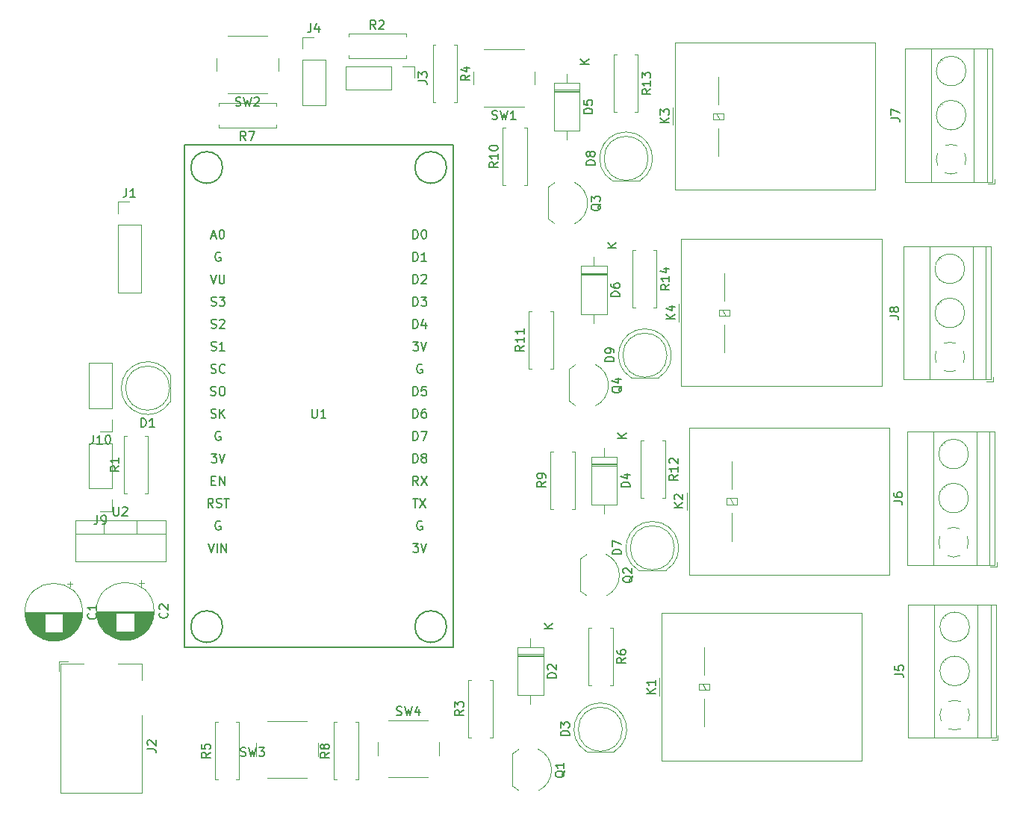
<source format=gbr>
%TF.GenerationSoftware,KiCad,Pcbnew,(5.1.12)-1*%
%TF.CreationDate,2022-02-04T12:41:24+05:30*%
%TF.ProjectId,greenhosue,67726565-6e68-46f7-9375-652e6b696361,rev?*%
%TF.SameCoordinates,Original*%
%TF.FileFunction,Legend,Top*%
%TF.FilePolarity,Positive*%
%FSLAX46Y46*%
G04 Gerber Fmt 4.6, Leading zero omitted, Abs format (unit mm)*
G04 Created by KiCad (PCBNEW (5.1.12)-1) date 2022-02-04 12:41:24*
%MOMM*%
%LPD*%
G01*
G04 APERTURE LIST*
%ADD10C,0.120000*%
%ADD11C,0.150000*%
G04 APERTURE END LIST*
D10*
%TO.C,R4*%
X103303400Y-36544000D02*
X103633400Y-36544000D01*
X103303400Y-30004000D02*
X103303400Y-36544000D01*
X103633400Y-30004000D02*
X103303400Y-30004000D01*
X106043400Y-36544000D02*
X105713400Y-36544000D01*
X106043400Y-30004000D02*
X106043400Y-36544000D01*
X105713400Y-30004000D02*
X106043400Y-30004000D01*
D11*
%TO.C,U1*%
X105623200Y-98356600D02*
X105623200Y-41356600D01*
X75123200Y-98356600D02*
X105623200Y-98356600D01*
X75123200Y-41356600D02*
X75123200Y-98356600D01*
X75623200Y-41356600D02*
X75123200Y-41356600D01*
X105623200Y-41356600D02*
X75623200Y-41356600D01*
X104869251Y-43916600D02*
G75*
G03*
X104869251Y-43916600I-1796051J0D01*
G01*
X79469251Y-43916600D02*
G75*
G03*
X79469251Y-43916600I-1796051J0D01*
G01*
X79469251Y-95986600D02*
G75*
G03*
X79469251Y-95986600I-1796051J0D01*
G01*
X104869251Y-95986600D02*
G75*
G03*
X104869251Y-95986600I-1796051J0D01*
G01*
D10*
%TO.C,SW1*%
X107880200Y-33017200D02*
X107880200Y-34517200D01*
X109130200Y-37017200D02*
X113630200Y-37017200D01*
X114880200Y-34517200D02*
X114880200Y-33017200D01*
X113630200Y-30517200D02*
X109130200Y-30517200D01*
%TO.C,Q4*%
X118774600Y-66805400D02*
X118774600Y-70405400D01*
X119501805Y-70929584D02*
G75*
G02*
X118774600Y-70405400I1122795J2324184D01*
G01*
X121723407Y-70961800D02*
G75*
G03*
X123224600Y-68605400I-1098807J2356400D01*
G01*
X121723407Y-66249000D02*
G75*
G02*
X123224600Y-68605400I-1098807J-2356400D01*
G01*
X119501805Y-66281216D02*
G75*
G03*
X118774600Y-66805400I1122795J-2324184D01*
G01*
%TO.C,Q3*%
X116412400Y-46155200D02*
X116412400Y-49755200D01*
X117139605Y-50279384D02*
G75*
G02*
X116412400Y-49755200I1122795J2324184D01*
G01*
X119361207Y-50311600D02*
G75*
G03*
X120862400Y-47955200I-1098807J2356400D01*
G01*
X119361207Y-45598800D02*
G75*
G02*
X120862400Y-47955200I-1098807J-2356400D01*
G01*
X117139605Y-45631016D02*
G75*
G03*
X116412400Y-46155200I1122795J-2324184D01*
G01*
%TO.C,Q2*%
X120019200Y-88344600D02*
X120019200Y-91944600D01*
X120746405Y-92468784D02*
G75*
G02*
X120019200Y-91944600I1122795J2324184D01*
G01*
X122968007Y-92501000D02*
G75*
G03*
X124469200Y-90144600I-1098807J2356400D01*
G01*
X122968007Y-87788200D02*
G75*
G02*
X124469200Y-90144600I-1098807J-2356400D01*
G01*
X120746405Y-87820416D02*
G75*
G03*
X120019200Y-88344600I1122795J-2324184D01*
G01*
%TO.C,Q1*%
X112323000Y-110442600D02*
X112323000Y-114042600D01*
X113050205Y-114566784D02*
G75*
G02*
X112323000Y-114042600I1122795J2324184D01*
G01*
X115271807Y-114599000D02*
G75*
G03*
X116773000Y-112242600I-1098807J2356400D01*
G01*
X115271807Y-109886200D02*
G75*
G02*
X116773000Y-112242600I-1098807J-2356400D01*
G01*
X113050205Y-109918416D02*
G75*
G03*
X112323000Y-110442600I1122795J-2324184D01*
G01*
%TO.C,U2*%
X69719800Y-83953600D02*
X69719800Y-85463600D01*
X66018800Y-83953600D02*
X66018800Y-85463600D01*
X62748800Y-85463600D02*
X72988800Y-85463600D01*
X72988800Y-83953600D02*
X72988800Y-88594600D01*
X62748800Y-83953600D02*
X62748800Y-88594600D01*
X62748800Y-88594600D02*
X72988800Y-88594600D01*
X62748800Y-83953600D02*
X72988800Y-83953600D01*
%TO.C,SW4*%
X104034400Y-110594400D02*
X104034400Y-109094400D01*
X102784400Y-106594400D02*
X98284400Y-106594400D01*
X97034400Y-109094400D02*
X97034400Y-110594400D01*
X98284400Y-113094400D02*
X102784400Y-113094400D01*
%TO.C,SW2*%
X78797200Y-31493200D02*
X78797200Y-32993200D01*
X80047200Y-35493200D02*
X84547200Y-35493200D01*
X85797200Y-32993200D02*
X85797200Y-31493200D01*
X84547200Y-28993200D02*
X80047200Y-28993200D01*
%TO.C,SW3*%
X90293000Y-110666400D02*
X90293000Y-109166400D01*
X89043000Y-106666400D02*
X84543000Y-106666400D01*
X83293000Y-109166400D02*
X83293000Y-110666400D01*
X84543000Y-113166400D02*
X89043000Y-113166400D01*
%TO.C,R14*%
X125934800Y-59810400D02*
X126264800Y-59810400D01*
X125934800Y-53270400D02*
X125934800Y-59810400D01*
X126264800Y-53270400D02*
X125934800Y-53270400D01*
X128674800Y-59810400D02*
X128344800Y-59810400D01*
X128674800Y-53270400D02*
X128674800Y-59810400D01*
X128344800Y-53270400D02*
X128674800Y-53270400D01*
%TO.C,R13*%
X123826600Y-37661600D02*
X124156600Y-37661600D01*
X123826600Y-31121600D02*
X123826600Y-37661600D01*
X124156600Y-31121600D02*
X123826600Y-31121600D01*
X126566600Y-37661600D02*
X126236600Y-37661600D01*
X126566600Y-31121600D02*
X126566600Y-37661600D01*
X126236600Y-31121600D02*
X126566600Y-31121600D01*
%TO.C,R12*%
X126900000Y-81400400D02*
X127230000Y-81400400D01*
X126900000Y-74860400D02*
X126900000Y-81400400D01*
X127230000Y-74860400D02*
X126900000Y-74860400D01*
X129640000Y-81400400D02*
X129310000Y-81400400D01*
X129640000Y-74860400D02*
X129640000Y-81400400D01*
X129310000Y-74860400D02*
X129640000Y-74860400D01*
%TO.C,R11*%
X116940000Y-60204600D02*
X116610000Y-60204600D01*
X116940000Y-66744600D02*
X116940000Y-60204600D01*
X116610000Y-66744600D02*
X116940000Y-66744600D01*
X114200000Y-60204600D02*
X114530000Y-60204600D01*
X114200000Y-66744600D02*
X114200000Y-60204600D01*
X114530000Y-66744600D02*
X114200000Y-66744600D01*
%TO.C,R10*%
X113993600Y-39402000D02*
X113663600Y-39402000D01*
X113993600Y-45942000D02*
X113993600Y-39402000D01*
X113663600Y-45942000D02*
X113993600Y-45942000D01*
X111253600Y-39402000D02*
X111583600Y-39402000D01*
X111253600Y-45942000D02*
X111253600Y-39402000D01*
X111583600Y-45942000D02*
X111253600Y-45942000D01*
%TO.C,R9*%
X119403800Y-76105000D02*
X119073800Y-76105000D01*
X119403800Y-82645000D02*
X119403800Y-76105000D01*
X119073800Y-82645000D02*
X119403800Y-82645000D01*
X116663800Y-76105000D02*
X116993800Y-76105000D01*
X116663800Y-82645000D02*
X116663800Y-76105000D01*
X116993800Y-82645000D02*
X116663800Y-82645000D01*
%TO.C,R8*%
X94842000Y-106813600D02*
X94512000Y-106813600D01*
X94842000Y-113353600D02*
X94842000Y-106813600D01*
X94512000Y-113353600D02*
X94842000Y-113353600D01*
X92102000Y-106813600D02*
X92432000Y-106813600D01*
X92102000Y-113353600D02*
X92102000Y-106813600D01*
X92432000Y-113353600D02*
X92102000Y-113353600D01*
%TO.C,R7*%
X79000600Y-36628400D02*
X79000600Y-36958400D01*
X85540600Y-36628400D02*
X79000600Y-36628400D01*
X85540600Y-36958400D02*
X85540600Y-36628400D01*
X79000600Y-39368400D02*
X79000600Y-39038400D01*
X85540600Y-39368400D02*
X79000600Y-39368400D01*
X85540600Y-39038400D02*
X85540600Y-39368400D01*
%TO.C,R6*%
X120981800Y-102634800D02*
X121311800Y-102634800D01*
X120981800Y-96094800D02*
X120981800Y-102634800D01*
X121311800Y-96094800D02*
X120981800Y-96094800D01*
X123721800Y-102634800D02*
X123391800Y-102634800D01*
X123721800Y-96094800D02*
X123721800Y-102634800D01*
X123391800Y-96094800D02*
X123721800Y-96094800D01*
%TO.C,R5*%
X81354600Y-106813600D02*
X81024600Y-106813600D01*
X81354600Y-113353600D02*
X81354600Y-106813600D01*
X81024600Y-113353600D02*
X81354600Y-113353600D01*
X78614600Y-106813600D02*
X78944600Y-106813600D01*
X78614600Y-113353600D02*
X78614600Y-106813600D01*
X78944600Y-113353600D02*
X78614600Y-113353600D01*
%TO.C,R3*%
X110082000Y-102013000D02*
X109752000Y-102013000D01*
X110082000Y-108553000D02*
X110082000Y-102013000D01*
X109752000Y-108553000D02*
X110082000Y-108553000D01*
X107342000Y-102013000D02*
X107672000Y-102013000D01*
X107342000Y-108553000D02*
X107342000Y-102013000D01*
X107672000Y-108553000D02*
X107342000Y-108553000D01*
%TO.C,R2*%
X100272600Y-31494400D02*
X100272600Y-31164400D01*
X93732600Y-31494400D02*
X100272600Y-31494400D01*
X93732600Y-31164400D02*
X93732600Y-31494400D01*
X100272600Y-28754400D02*
X100272600Y-29084400D01*
X93732600Y-28754400D02*
X100272600Y-28754400D01*
X93732600Y-29084400D02*
X93732600Y-28754400D01*
%TO.C,R1*%
X71016800Y-74352400D02*
X70686800Y-74352400D01*
X71016800Y-80892400D02*
X71016800Y-74352400D01*
X70686800Y-80892400D02*
X71016800Y-80892400D01*
X68276800Y-74352400D02*
X68606800Y-74352400D01*
X68276800Y-80892400D02*
X68276800Y-74352400D01*
X68606800Y-80892400D02*
X68276800Y-80892400D01*
%TO.C,J10*%
X66938200Y-73821600D02*
X65608200Y-73821600D01*
X66938200Y-72491600D02*
X66938200Y-73821600D01*
X66938200Y-71221600D02*
X64278200Y-71221600D01*
X64278200Y-71221600D02*
X64278200Y-66081600D01*
X66938200Y-71221600D02*
X66938200Y-66081600D01*
X66938200Y-66081600D02*
X64278200Y-66081600D01*
%TO.C,J9*%
X66938200Y-82914800D02*
X65608200Y-82914800D01*
X66938200Y-81584800D02*
X66938200Y-82914800D01*
X66938200Y-80314800D02*
X64278200Y-80314800D01*
X64278200Y-80314800D02*
X64278200Y-75174800D01*
X66938200Y-80314800D02*
X66938200Y-75174800D01*
X66938200Y-75174800D02*
X64278200Y-75174800D01*
%TO.C,J8*%
X166825000Y-68205000D02*
X166825000Y-67705000D01*
X166085000Y-68205000D02*
X166825000Y-68205000D01*
X162948000Y-56632000D02*
X162994000Y-56679000D01*
X160650000Y-54335000D02*
X160686000Y-54370000D01*
X163164000Y-56439000D02*
X163199000Y-56474000D01*
X160856000Y-54130000D02*
X160902000Y-54177000D01*
X162948000Y-61632000D02*
X162994000Y-61679000D01*
X160650000Y-59335000D02*
X160686000Y-59370000D01*
X163164000Y-61439000D02*
X163199000Y-61474000D01*
X160856000Y-59130000D02*
X160902000Y-59177000D01*
X156664000Y-52845000D02*
X166585000Y-52845000D01*
X156664000Y-67965000D02*
X166585000Y-67965000D01*
X166585000Y-67965000D02*
X166585000Y-52845000D01*
X156664000Y-67965000D02*
X156664000Y-52845000D01*
X159624000Y-67965000D02*
X159624000Y-52845000D01*
X164525000Y-67965000D02*
X164525000Y-52845000D01*
X166025000Y-67965000D02*
X166025000Y-52845000D01*
X163605000Y-55405000D02*
G75*
G03*
X163605000Y-55405000I-1680000J0D01*
G01*
X163605000Y-60405000D02*
G75*
G03*
X163605000Y-60405000I-1680000J0D01*
G01*
X163605253Y-65376195D02*
G75*
G02*
X163460000Y-66089000I-1680253J-28805D01*
G01*
X162608042Y-66940426D02*
G75*
G02*
X161241000Y-66940000I-683042J1535426D01*
G01*
X160389574Y-66088042D02*
G75*
G02*
X160390000Y-64721000I1535426J683042D01*
G01*
X161241958Y-63869574D02*
G75*
G02*
X162609000Y-63870000I683042J-1535426D01*
G01*
X163459756Y-64721682D02*
G75*
G02*
X163605000Y-65405000I-1534756J-683318D01*
G01*
%TO.C,J7*%
X166977400Y-45776800D02*
X166977400Y-45276800D01*
X166237400Y-45776800D02*
X166977400Y-45776800D01*
X163100400Y-34203800D02*
X163146400Y-34250800D01*
X160802400Y-31906800D02*
X160838400Y-31941800D01*
X163316400Y-34010800D02*
X163351400Y-34045800D01*
X161008400Y-31701800D02*
X161054400Y-31748800D01*
X163100400Y-39203800D02*
X163146400Y-39250800D01*
X160802400Y-36906800D02*
X160838400Y-36941800D01*
X163316400Y-39010800D02*
X163351400Y-39045800D01*
X161008400Y-36701800D02*
X161054400Y-36748800D01*
X156816400Y-30416800D02*
X166737400Y-30416800D01*
X156816400Y-45536800D02*
X166737400Y-45536800D01*
X166737400Y-45536800D02*
X166737400Y-30416800D01*
X156816400Y-45536800D02*
X156816400Y-30416800D01*
X159776400Y-45536800D02*
X159776400Y-30416800D01*
X164677400Y-45536800D02*
X164677400Y-30416800D01*
X166177400Y-45536800D02*
X166177400Y-30416800D01*
X163757400Y-32976800D02*
G75*
G03*
X163757400Y-32976800I-1680000J0D01*
G01*
X163757400Y-37976800D02*
G75*
G03*
X163757400Y-37976800I-1680000J0D01*
G01*
X163757653Y-42947995D02*
G75*
G02*
X163612400Y-43660800I-1680253J-28805D01*
G01*
X162760442Y-44512226D02*
G75*
G02*
X161393400Y-44511800I-683042J1535426D01*
G01*
X160541974Y-43659842D02*
G75*
G02*
X160542400Y-42292800I1535426J683042D01*
G01*
X161394358Y-41441374D02*
G75*
G02*
X162761400Y-41441800I683042J-1535426D01*
G01*
X163612156Y-42293482D02*
G75*
G02*
X163757400Y-42976800I-1534756J-683318D01*
G01*
%TO.C,J6*%
X167256800Y-89210800D02*
X167256800Y-88710800D01*
X166516800Y-89210800D02*
X167256800Y-89210800D01*
X163379800Y-77637800D02*
X163425800Y-77684800D01*
X161081800Y-75340800D02*
X161117800Y-75375800D01*
X163595800Y-77444800D02*
X163630800Y-77479800D01*
X161287800Y-75135800D02*
X161333800Y-75182800D01*
X163379800Y-82637800D02*
X163425800Y-82684800D01*
X161081800Y-80340800D02*
X161117800Y-80375800D01*
X163595800Y-82444800D02*
X163630800Y-82479800D01*
X161287800Y-80135800D02*
X161333800Y-80182800D01*
X157095800Y-73850800D02*
X167016800Y-73850800D01*
X157095800Y-88970800D02*
X167016800Y-88970800D01*
X167016800Y-88970800D02*
X167016800Y-73850800D01*
X157095800Y-88970800D02*
X157095800Y-73850800D01*
X160055800Y-88970800D02*
X160055800Y-73850800D01*
X164956800Y-88970800D02*
X164956800Y-73850800D01*
X166456800Y-88970800D02*
X166456800Y-73850800D01*
X164036800Y-76410800D02*
G75*
G03*
X164036800Y-76410800I-1680000J0D01*
G01*
X164036800Y-81410800D02*
G75*
G03*
X164036800Y-81410800I-1680000J0D01*
G01*
X164037053Y-86381995D02*
G75*
G02*
X163891800Y-87094800I-1680253J-28805D01*
G01*
X163039842Y-87946226D02*
G75*
G02*
X161672800Y-87945800I-683042J1535426D01*
G01*
X160821374Y-87093842D02*
G75*
G02*
X160821800Y-85726800I1535426J683042D01*
G01*
X161673758Y-84875374D02*
G75*
G02*
X163040800Y-84875800I683042J-1535426D01*
G01*
X163891556Y-85727482D02*
G75*
G02*
X164036800Y-86410800I-1534756J-683318D01*
G01*
%TO.C,J5*%
X167383800Y-108819600D02*
X167383800Y-108319600D01*
X166643800Y-108819600D02*
X167383800Y-108819600D01*
X163506800Y-97246600D02*
X163552800Y-97293600D01*
X161208800Y-94949600D02*
X161244800Y-94984600D01*
X163722800Y-97053600D02*
X163757800Y-97088600D01*
X161414800Y-94744600D02*
X161460800Y-94791600D01*
X163506800Y-102246600D02*
X163552800Y-102293600D01*
X161208800Y-99949600D02*
X161244800Y-99984600D01*
X163722800Y-102053600D02*
X163757800Y-102088600D01*
X161414800Y-99744600D02*
X161460800Y-99791600D01*
X157222800Y-93459600D02*
X167143800Y-93459600D01*
X157222800Y-108579600D02*
X167143800Y-108579600D01*
X167143800Y-108579600D02*
X167143800Y-93459600D01*
X157222800Y-108579600D02*
X157222800Y-93459600D01*
X160182800Y-108579600D02*
X160182800Y-93459600D01*
X165083800Y-108579600D02*
X165083800Y-93459600D01*
X166583800Y-108579600D02*
X166583800Y-93459600D01*
X164163800Y-96019600D02*
G75*
G03*
X164163800Y-96019600I-1680000J0D01*
G01*
X164163800Y-101019600D02*
G75*
G03*
X164163800Y-101019600I-1680000J0D01*
G01*
X164164053Y-105990795D02*
G75*
G02*
X164018800Y-106703600I-1680253J-28805D01*
G01*
X163166842Y-107555026D02*
G75*
G02*
X161799800Y-107554600I-683042J1535426D01*
G01*
X160948374Y-106702642D02*
G75*
G02*
X160948800Y-105335600I1535426J683042D01*
G01*
X161800758Y-104484174D02*
G75*
G02*
X163167800Y-104484600I683042J-1535426D01*
G01*
X164018556Y-105336282D02*
G75*
G02*
X164163800Y-106019600I-1534756J-683318D01*
G01*
%TO.C,J4*%
X88484400Y-29124600D02*
X89814400Y-29124600D01*
X88484400Y-30454600D02*
X88484400Y-29124600D01*
X88484400Y-31724600D02*
X91144400Y-31724600D01*
X91144400Y-31724600D02*
X91144400Y-36864600D01*
X88484400Y-31724600D02*
X88484400Y-36864600D01*
X88484400Y-36864600D02*
X91144400Y-36864600D01*
%TO.C,J3*%
X101202800Y-32426600D02*
X101202800Y-33756600D01*
X99872800Y-32426600D02*
X101202800Y-32426600D01*
X98602800Y-32426600D02*
X98602800Y-35086600D01*
X98602800Y-35086600D02*
X93462800Y-35086600D01*
X98602800Y-32426600D02*
X93462800Y-32426600D01*
X93462800Y-32426600D02*
X93462800Y-35086600D01*
%TO.C,J2*%
X61109800Y-100166600D02*
X63709800Y-100166600D01*
X61109800Y-114866600D02*
X61109800Y-100166600D01*
X70309800Y-100166600D02*
X70309800Y-102066600D01*
X67609800Y-100166600D02*
X70309800Y-100166600D01*
X70309800Y-114866600D02*
X61109800Y-114866600D01*
X70309800Y-106066600D02*
X70309800Y-114866600D01*
X60909800Y-101016600D02*
X60909800Y-99966600D01*
X61959800Y-99966600D02*
X60909800Y-99966600D01*
%TO.C,D9*%
X125810600Y-67761800D02*
X128900600Y-67761800D01*
X129855600Y-65201800D02*
G75*
G03*
X129855600Y-65201800I-2500000J0D01*
G01*
X127355138Y-62211800D02*
G75*
G02*
X128900430Y-67761800I462J-2990000D01*
G01*
X127356062Y-62211800D02*
G75*
G03*
X125810770Y-67761800I-462J-2990000D01*
G01*
%TO.C,D8*%
X123677000Y-45435200D02*
X126767000Y-45435200D01*
X127722000Y-42875200D02*
G75*
G03*
X127722000Y-42875200I-2500000J0D01*
G01*
X125221538Y-39885200D02*
G75*
G02*
X126766830Y-45435200I462J-2990000D01*
G01*
X125222462Y-39885200D02*
G75*
G03*
X123677170Y-45435200I-462J-2990000D01*
G01*
%TO.C,D7*%
X126648800Y-89605800D02*
X129738800Y-89605800D01*
X130693800Y-87045800D02*
G75*
G03*
X130693800Y-87045800I-2500000J0D01*
G01*
X128193338Y-84055800D02*
G75*
G02*
X129738630Y-89605800I462J-2990000D01*
G01*
X128194262Y-84055800D02*
G75*
G03*
X126648970Y-89605800I-462J-2990000D01*
G01*
%TO.C,D3*%
X120756000Y-110179800D02*
X123846000Y-110179800D01*
X124801000Y-107619800D02*
G75*
G03*
X124801000Y-107619800I-2500000J0D01*
G01*
X122300538Y-104629800D02*
G75*
G02*
X123845830Y-110179800I462J-2990000D01*
G01*
X122301462Y-104629800D02*
G75*
G03*
X120756170Y-110179800I-462J-2990000D01*
G01*
%TO.C,D1*%
X73527600Y-70480600D02*
X73527600Y-67390600D01*
X73467600Y-68935600D02*
G75*
G03*
X73467600Y-68935600I-2500000J0D01*
G01*
X67977600Y-68936062D02*
G75*
G02*
X73527600Y-67390770I2990000J462D01*
G01*
X67977600Y-68935138D02*
G75*
G03*
X73527600Y-70480430I2990000J-462D01*
G01*
%TO.C,C2*%
X70581600Y-91054159D02*
X69951600Y-91054159D01*
X70266600Y-90739159D02*
X70266600Y-91369159D01*
X68829600Y-97480400D02*
X68025600Y-97480400D01*
X69060600Y-97440400D02*
X67794600Y-97440400D01*
X69229600Y-97400400D02*
X67625600Y-97400400D01*
X69367600Y-97360400D02*
X67487600Y-97360400D01*
X69486600Y-97320400D02*
X67368600Y-97320400D01*
X69592600Y-97280400D02*
X67262600Y-97280400D01*
X69689600Y-97240400D02*
X67165600Y-97240400D01*
X69777600Y-97200400D02*
X67077600Y-97200400D01*
X69859600Y-97160400D02*
X66995600Y-97160400D01*
X69936600Y-97120400D02*
X66918600Y-97120400D01*
X70008600Y-97080400D02*
X66846600Y-97080400D01*
X70077600Y-97040400D02*
X66777600Y-97040400D01*
X70141600Y-97000400D02*
X66713600Y-97000400D01*
X70203600Y-96960400D02*
X66651600Y-96960400D01*
X70261600Y-96920400D02*
X66593600Y-96920400D01*
X70317600Y-96880400D02*
X66537600Y-96880400D01*
X70371600Y-96840400D02*
X66483600Y-96840400D01*
X70422600Y-96800400D02*
X66432600Y-96800400D01*
X70471600Y-96760400D02*
X66383600Y-96760400D01*
X70519600Y-96720400D02*
X66335600Y-96720400D01*
X70564600Y-96680400D02*
X66290600Y-96680400D01*
X70609600Y-96640400D02*
X66245600Y-96640400D01*
X70651600Y-96600400D02*
X66203600Y-96600400D01*
X70692600Y-96560400D02*
X66162600Y-96560400D01*
X67387600Y-96520400D02*
X66122600Y-96520400D01*
X70732600Y-96520400D02*
X69467600Y-96520400D01*
X67387600Y-96480400D02*
X66084600Y-96480400D01*
X70770600Y-96480400D02*
X69467600Y-96480400D01*
X67387600Y-96440400D02*
X66047600Y-96440400D01*
X70807600Y-96440400D02*
X69467600Y-96440400D01*
X67387600Y-96400400D02*
X66011600Y-96400400D01*
X70843600Y-96400400D02*
X69467600Y-96400400D01*
X67387600Y-96360400D02*
X65977600Y-96360400D01*
X70877600Y-96360400D02*
X69467600Y-96360400D01*
X67387600Y-96320400D02*
X65943600Y-96320400D01*
X70911600Y-96320400D02*
X69467600Y-96320400D01*
X67387600Y-96280400D02*
X65911600Y-96280400D01*
X70943600Y-96280400D02*
X69467600Y-96280400D01*
X67387600Y-96240400D02*
X65879600Y-96240400D01*
X70975600Y-96240400D02*
X69467600Y-96240400D01*
X67387600Y-96200400D02*
X65849600Y-96200400D01*
X71005600Y-96200400D02*
X69467600Y-96200400D01*
X67387600Y-96160400D02*
X65820600Y-96160400D01*
X71034600Y-96160400D02*
X69467600Y-96160400D01*
X67387600Y-96120400D02*
X65791600Y-96120400D01*
X71063600Y-96120400D02*
X69467600Y-96120400D01*
X67387600Y-96080400D02*
X65763600Y-96080400D01*
X71091600Y-96080400D02*
X69467600Y-96080400D01*
X67387600Y-96040400D02*
X65737600Y-96040400D01*
X71117600Y-96040400D02*
X69467600Y-96040400D01*
X67387600Y-96000400D02*
X65711600Y-96000400D01*
X71143600Y-96000400D02*
X69467600Y-96000400D01*
X67387600Y-95960400D02*
X65685600Y-95960400D01*
X71169600Y-95960400D02*
X69467600Y-95960400D01*
X67387600Y-95920400D02*
X65661600Y-95920400D01*
X71193600Y-95920400D02*
X69467600Y-95920400D01*
X67387600Y-95880400D02*
X65637600Y-95880400D01*
X71217600Y-95880400D02*
X69467600Y-95880400D01*
X67387600Y-95840400D02*
X65615600Y-95840400D01*
X71239600Y-95840400D02*
X69467600Y-95840400D01*
X67387600Y-95800400D02*
X65593600Y-95800400D01*
X71261600Y-95800400D02*
X69467600Y-95800400D01*
X67387600Y-95760400D02*
X65571600Y-95760400D01*
X71283600Y-95760400D02*
X69467600Y-95760400D01*
X67387600Y-95720400D02*
X65551600Y-95720400D01*
X71303600Y-95720400D02*
X69467600Y-95720400D01*
X67387600Y-95680400D02*
X65531600Y-95680400D01*
X71323600Y-95680400D02*
X69467600Y-95680400D01*
X67387600Y-95640400D02*
X65511600Y-95640400D01*
X71343600Y-95640400D02*
X69467600Y-95640400D01*
X67387600Y-95600400D02*
X65493600Y-95600400D01*
X71361600Y-95600400D02*
X69467600Y-95600400D01*
X67387600Y-95560400D02*
X65475600Y-95560400D01*
X71379600Y-95560400D02*
X69467600Y-95560400D01*
X67387600Y-95520400D02*
X65457600Y-95520400D01*
X71397600Y-95520400D02*
X69467600Y-95520400D01*
X67387600Y-95480400D02*
X65441600Y-95480400D01*
X71413600Y-95480400D02*
X69467600Y-95480400D01*
X67387600Y-95440400D02*
X65425600Y-95440400D01*
X71429600Y-95440400D02*
X69467600Y-95440400D01*
X67387600Y-95400400D02*
X65409600Y-95400400D01*
X71445600Y-95400400D02*
X69467600Y-95400400D01*
X67387600Y-95360400D02*
X65394600Y-95360400D01*
X71460600Y-95360400D02*
X69467600Y-95360400D01*
X67387600Y-95320400D02*
X65380600Y-95320400D01*
X71474600Y-95320400D02*
X69467600Y-95320400D01*
X67387600Y-95280400D02*
X65366600Y-95280400D01*
X71488600Y-95280400D02*
X69467600Y-95280400D01*
X67387600Y-95240400D02*
X65353600Y-95240400D01*
X71501600Y-95240400D02*
X69467600Y-95240400D01*
X67387600Y-95200400D02*
X65341600Y-95200400D01*
X71513600Y-95200400D02*
X69467600Y-95200400D01*
X67387600Y-95160400D02*
X65329600Y-95160400D01*
X71525600Y-95160400D02*
X69467600Y-95160400D01*
X67387600Y-95120400D02*
X65317600Y-95120400D01*
X71537600Y-95120400D02*
X69467600Y-95120400D01*
X67387600Y-95080400D02*
X65306600Y-95080400D01*
X71548600Y-95080400D02*
X69467600Y-95080400D01*
X67387600Y-95040400D02*
X65296600Y-95040400D01*
X71558600Y-95040400D02*
X69467600Y-95040400D01*
X67387600Y-95000400D02*
X65286600Y-95000400D01*
X71568600Y-95000400D02*
X69467600Y-95000400D01*
X67387600Y-94960400D02*
X65277600Y-94960400D01*
X71577600Y-94960400D02*
X69467600Y-94960400D01*
X67387600Y-94919400D02*
X65268600Y-94919400D01*
X71586600Y-94919400D02*
X69467600Y-94919400D01*
X67387600Y-94879400D02*
X65260600Y-94879400D01*
X71594600Y-94879400D02*
X69467600Y-94879400D01*
X67387600Y-94839400D02*
X65252600Y-94839400D01*
X71602600Y-94839400D02*
X69467600Y-94839400D01*
X67387600Y-94799400D02*
X65245600Y-94799400D01*
X71609600Y-94799400D02*
X69467600Y-94799400D01*
X67387600Y-94759400D02*
X65238600Y-94759400D01*
X71616600Y-94759400D02*
X69467600Y-94759400D01*
X67387600Y-94719400D02*
X65232600Y-94719400D01*
X71622600Y-94719400D02*
X69467600Y-94719400D01*
X67387600Y-94679400D02*
X65226600Y-94679400D01*
X71628600Y-94679400D02*
X69467600Y-94679400D01*
X67387600Y-94639400D02*
X65221600Y-94639400D01*
X71633600Y-94639400D02*
X69467600Y-94639400D01*
X67387600Y-94599400D02*
X65216600Y-94599400D01*
X71638600Y-94599400D02*
X69467600Y-94599400D01*
X67387600Y-94559400D02*
X65212600Y-94559400D01*
X71642600Y-94559400D02*
X69467600Y-94559400D01*
X67387600Y-94519400D02*
X65209600Y-94519400D01*
X71645600Y-94519400D02*
X69467600Y-94519400D01*
X67387600Y-94479400D02*
X65205600Y-94479400D01*
X71649600Y-94479400D02*
X69467600Y-94479400D01*
X71651600Y-94439400D02*
X65203600Y-94439400D01*
X71654600Y-94399400D02*
X65200600Y-94399400D01*
X71655600Y-94359400D02*
X65199600Y-94359400D01*
X71657600Y-94319400D02*
X65197600Y-94319400D01*
X71657600Y-94279400D02*
X65197600Y-94279400D01*
X71657600Y-94239400D02*
X65197600Y-94239400D01*
X71697600Y-94239400D02*
G75*
G03*
X71697600Y-94239400I-3270000J0D01*
G01*
%TO.C,C1*%
X62479000Y-91155759D02*
X61849000Y-91155759D01*
X62164000Y-90840759D02*
X62164000Y-91470759D01*
X60727000Y-97582000D02*
X59923000Y-97582000D01*
X60958000Y-97542000D02*
X59692000Y-97542000D01*
X61127000Y-97502000D02*
X59523000Y-97502000D01*
X61265000Y-97462000D02*
X59385000Y-97462000D01*
X61384000Y-97422000D02*
X59266000Y-97422000D01*
X61490000Y-97382000D02*
X59160000Y-97382000D01*
X61587000Y-97342000D02*
X59063000Y-97342000D01*
X61675000Y-97302000D02*
X58975000Y-97302000D01*
X61757000Y-97262000D02*
X58893000Y-97262000D01*
X61834000Y-97222000D02*
X58816000Y-97222000D01*
X61906000Y-97182000D02*
X58744000Y-97182000D01*
X61975000Y-97142000D02*
X58675000Y-97142000D01*
X62039000Y-97102000D02*
X58611000Y-97102000D01*
X62101000Y-97062000D02*
X58549000Y-97062000D01*
X62159000Y-97022000D02*
X58491000Y-97022000D01*
X62215000Y-96982000D02*
X58435000Y-96982000D01*
X62269000Y-96942000D02*
X58381000Y-96942000D01*
X62320000Y-96902000D02*
X58330000Y-96902000D01*
X62369000Y-96862000D02*
X58281000Y-96862000D01*
X62417000Y-96822000D02*
X58233000Y-96822000D01*
X62462000Y-96782000D02*
X58188000Y-96782000D01*
X62507000Y-96742000D02*
X58143000Y-96742000D01*
X62549000Y-96702000D02*
X58101000Y-96702000D01*
X62590000Y-96662000D02*
X58060000Y-96662000D01*
X59285000Y-96622000D02*
X58020000Y-96622000D01*
X62630000Y-96622000D02*
X61365000Y-96622000D01*
X59285000Y-96582000D02*
X57982000Y-96582000D01*
X62668000Y-96582000D02*
X61365000Y-96582000D01*
X59285000Y-96542000D02*
X57945000Y-96542000D01*
X62705000Y-96542000D02*
X61365000Y-96542000D01*
X59285000Y-96502000D02*
X57909000Y-96502000D01*
X62741000Y-96502000D02*
X61365000Y-96502000D01*
X59285000Y-96462000D02*
X57875000Y-96462000D01*
X62775000Y-96462000D02*
X61365000Y-96462000D01*
X59285000Y-96422000D02*
X57841000Y-96422000D01*
X62809000Y-96422000D02*
X61365000Y-96422000D01*
X59285000Y-96382000D02*
X57809000Y-96382000D01*
X62841000Y-96382000D02*
X61365000Y-96382000D01*
X59285000Y-96342000D02*
X57777000Y-96342000D01*
X62873000Y-96342000D02*
X61365000Y-96342000D01*
X59285000Y-96302000D02*
X57747000Y-96302000D01*
X62903000Y-96302000D02*
X61365000Y-96302000D01*
X59285000Y-96262000D02*
X57718000Y-96262000D01*
X62932000Y-96262000D02*
X61365000Y-96262000D01*
X59285000Y-96222000D02*
X57689000Y-96222000D01*
X62961000Y-96222000D02*
X61365000Y-96222000D01*
X59285000Y-96182000D02*
X57661000Y-96182000D01*
X62989000Y-96182000D02*
X61365000Y-96182000D01*
X59285000Y-96142000D02*
X57635000Y-96142000D01*
X63015000Y-96142000D02*
X61365000Y-96142000D01*
X59285000Y-96102000D02*
X57609000Y-96102000D01*
X63041000Y-96102000D02*
X61365000Y-96102000D01*
X59285000Y-96062000D02*
X57583000Y-96062000D01*
X63067000Y-96062000D02*
X61365000Y-96062000D01*
X59285000Y-96022000D02*
X57559000Y-96022000D01*
X63091000Y-96022000D02*
X61365000Y-96022000D01*
X59285000Y-95982000D02*
X57535000Y-95982000D01*
X63115000Y-95982000D02*
X61365000Y-95982000D01*
X59285000Y-95942000D02*
X57513000Y-95942000D01*
X63137000Y-95942000D02*
X61365000Y-95942000D01*
X59285000Y-95902000D02*
X57491000Y-95902000D01*
X63159000Y-95902000D02*
X61365000Y-95902000D01*
X59285000Y-95862000D02*
X57469000Y-95862000D01*
X63181000Y-95862000D02*
X61365000Y-95862000D01*
X59285000Y-95822000D02*
X57449000Y-95822000D01*
X63201000Y-95822000D02*
X61365000Y-95822000D01*
X59285000Y-95782000D02*
X57429000Y-95782000D01*
X63221000Y-95782000D02*
X61365000Y-95782000D01*
X59285000Y-95742000D02*
X57409000Y-95742000D01*
X63241000Y-95742000D02*
X61365000Y-95742000D01*
X59285000Y-95702000D02*
X57391000Y-95702000D01*
X63259000Y-95702000D02*
X61365000Y-95702000D01*
X59285000Y-95662000D02*
X57373000Y-95662000D01*
X63277000Y-95662000D02*
X61365000Y-95662000D01*
X59285000Y-95622000D02*
X57355000Y-95622000D01*
X63295000Y-95622000D02*
X61365000Y-95622000D01*
X59285000Y-95582000D02*
X57339000Y-95582000D01*
X63311000Y-95582000D02*
X61365000Y-95582000D01*
X59285000Y-95542000D02*
X57323000Y-95542000D01*
X63327000Y-95542000D02*
X61365000Y-95542000D01*
X59285000Y-95502000D02*
X57307000Y-95502000D01*
X63343000Y-95502000D02*
X61365000Y-95502000D01*
X59285000Y-95462000D02*
X57292000Y-95462000D01*
X63358000Y-95462000D02*
X61365000Y-95462000D01*
X59285000Y-95422000D02*
X57278000Y-95422000D01*
X63372000Y-95422000D02*
X61365000Y-95422000D01*
X59285000Y-95382000D02*
X57264000Y-95382000D01*
X63386000Y-95382000D02*
X61365000Y-95382000D01*
X59285000Y-95342000D02*
X57251000Y-95342000D01*
X63399000Y-95342000D02*
X61365000Y-95342000D01*
X59285000Y-95302000D02*
X57239000Y-95302000D01*
X63411000Y-95302000D02*
X61365000Y-95302000D01*
X59285000Y-95262000D02*
X57227000Y-95262000D01*
X63423000Y-95262000D02*
X61365000Y-95262000D01*
X59285000Y-95222000D02*
X57215000Y-95222000D01*
X63435000Y-95222000D02*
X61365000Y-95222000D01*
X59285000Y-95182000D02*
X57204000Y-95182000D01*
X63446000Y-95182000D02*
X61365000Y-95182000D01*
X59285000Y-95142000D02*
X57194000Y-95142000D01*
X63456000Y-95142000D02*
X61365000Y-95142000D01*
X59285000Y-95102000D02*
X57184000Y-95102000D01*
X63466000Y-95102000D02*
X61365000Y-95102000D01*
X59285000Y-95062000D02*
X57175000Y-95062000D01*
X63475000Y-95062000D02*
X61365000Y-95062000D01*
X59285000Y-95021000D02*
X57166000Y-95021000D01*
X63484000Y-95021000D02*
X61365000Y-95021000D01*
X59285000Y-94981000D02*
X57158000Y-94981000D01*
X63492000Y-94981000D02*
X61365000Y-94981000D01*
X59285000Y-94941000D02*
X57150000Y-94941000D01*
X63500000Y-94941000D02*
X61365000Y-94941000D01*
X59285000Y-94901000D02*
X57143000Y-94901000D01*
X63507000Y-94901000D02*
X61365000Y-94901000D01*
X59285000Y-94861000D02*
X57136000Y-94861000D01*
X63514000Y-94861000D02*
X61365000Y-94861000D01*
X59285000Y-94821000D02*
X57130000Y-94821000D01*
X63520000Y-94821000D02*
X61365000Y-94821000D01*
X59285000Y-94781000D02*
X57124000Y-94781000D01*
X63526000Y-94781000D02*
X61365000Y-94781000D01*
X59285000Y-94741000D02*
X57119000Y-94741000D01*
X63531000Y-94741000D02*
X61365000Y-94741000D01*
X59285000Y-94701000D02*
X57114000Y-94701000D01*
X63536000Y-94701000D02*
X61365000Y-94701000D01*
X59285000Y-94661000D02*
X57110000Y-94661000D01*
X63540000Y-94661000D02*
X61365000Y-94661000D01*
X59285000Y-94621000D02*
X57107000Y-94621000D01*
X63543000Y-94621000D02*
X61365000Y-94621000D01*
X59285000Y-94581000D02*
X57103000Y-94581000D01*
X63547000Y-94581000D02*
X61365000Y-94581000D01*
X63549000Y-94541000D02*
X57101000Y-94541000D01*
X63552000Y-94501000D02*
X57098000Y-94501000D01*
X63553000Y-94461000D02*
X57097000Y-94461000D01*
X63555000Y-94421000D02*
X57095000Y-94421000D01*
X63555000Y-94381000D02*
X57095000Y-94381000D01*
X63555000Y-94341000D02*
X57095000Y-94341000D01*
X63595000Y-94341000D02*
G75*
G03*
X63595000Y-94341000I-3270000J0D01*
G01*
%TO.C,K4*%
X136337400Y-59025800D02*
X136337400Y-55875800D01*
X136337400Y-64875800D02*
X136337400Y-61725800D01*
X131227400Y-61375800D02*
X131227400Y-59375800D01*
X136937400Y-60725800D02*
X136937400Y-60025800D01*
X135737400Y-60725800D02*
X136937400Y-60725800D01*
X135737400Y-60025800D02*
X135737400Y-60725800D01*
X136937400Y-60025800D02*
X135737400Y-60025800D01*
X136537400Y-60725800D02*
X136137400Y-60025800D01*
X154187400Y-68725800D02*
X154187400Y-52025800D01*
X131487400Y-68725800D02*
X154187400Y-68725800D01*
X131487400Y-52025800D02*
X131487400Y-68725800D01*
X154187400Y-52025800D02*
X131487400Y-52025800D01*
%TO.C,K3*%
X135651600Y-36750000D02*
X135651600Y-33600000D01*
X135651600Y-42600000D02*
X135651600Y-39450000D01*
X130541600Y-39100000D02*
X130541600Y-37100000D01*
X136251600Y-38450000D02*
X136251600Y-37750000D01*
X135051600Y-38450000D02*
X136251600Y-38450000D01*
X135051600Y-37750000D02*
X135051600Y-38450000D01*
X136251600Y-37750000D02*
X135051600Y-37750000D01*
X135851600Y-38450000D02*
X135451600Y-37750000D01*
X153501600Y-46450000D02*
X153501600Y-29750000D01*
X130801600Y-46450000D02*
X153501600Y-46450000D01*
X130801600Y-29750000D02*
X130801600Y-46450000D01*
X153501600Y-29750000D02*
X130801600Y-29750000D01*
%TO.C,K2*%
X137201000Y-80412600D02*
X137201000Y-77262600D01*
X137201000Y-86262600D02*
X137201000Y-83112600D01*
X132091000Y-82762600D02*
X132091000Y-80762600D01*
X137801000Y-82112600D02*
X137801000Y-81412600D01*
X136601000Y-82112600D02*
X137801000Y-82112600D01*
X136601000Y-81412600D02*
X136601000Y-82112600D01*
X137801000Y-81412600D02*
X136601000Y-81412600D01*
X137401000Y-82112600D02*
X137001000Y-81412600D01*
X155051000Y-90112600D02*
X155051000Y-73412600D01*
X132351000Y-90112600D02*
X155051000Y-90112600D01*
X132351000Y-73412600D02*
X132351000Y-90112600D01*
X155051000Y-73412600D02*
X132351000Y-73412600D01*
%TO.C,K1*%
X134076800Y-101469200D02*
X134076800Y-98319200D01*
X134076800Y-107319200D02*
X134076800Y-104169200D01*
X128966800Y-103819200D02*
X128966800Y-101819200D01*
X134676800Y-103169200D02*
X134676800Y-102469200D01*
X133476800Y-103169200D02*
X134676800Y-103169200D01*
X133476800Y-102469200D02*
X133476800Y-103169200D01*
X134676800Y-102469200D02*
X133476800Y-102469200D01*
X134276800Y-103169200D02*
X133876800Y-102469200D01*
X151926800Y-111169200D02*
X151926800Y-94469200D01*
X129226800Y-111169200D02*
X151926800Y-111169200D01*
X129226800Y-94469200D02*
X129226800Y-111169200D01*
X151926800Y-94469200D02*
X129226800Y-94469200D01*
%TO.C,J1*%
X67580200Y-47819000D02*
X68910200Y-47819000D01*
X67580200Y-49149000D02*
X67580200Y-47819000D01*
X67580200Y-50419000D02*
X70240200Y-50419000D01*
X70240200Y-50419000D02*
X70240200Y-58099000D01*
X67580200Y-50419000D02*
X67580200Y-58099000D01*
X67580200Y-58099000D02*
X70240200Y-58099000D01*
%TO.C,D6*%
X123034400Y-55870400D02*
X120094400Y-55870400D01*
X123034400Y-56110400D02*
X120094400Y-56110400D01*
X123034400Y-55990400D02*
X120094400Y-55990400D01*
X121564400Y-61550400D02*
X121564400Y-60530400D01*
X121564400Y-54070400D02*
X121564400Y-55090400D01*
X123034400Y-60530400D02*
X123034400Y-55090400D01*
X120094400Y-60530400D02*
X123034400Y-60530400D01*
X120094400Y-55090400D02*
X120094400Y-60530400D01*
X123034400Y-55090400D02*
X120094400Y-55090400D01*
%TO.C,D5*%
X119961000Y-35093200D02*
X117021000Y-35093200D01*
X119961000Y-35333200D02*
X117021000Y-35333200D01*
X119961000Y-35213200D02*
X117021000Y-35213200D01*
X118491000Y-40773200D02*
X118491000Y-39753200D01*
X118491000Y-33293200D02*
X118491000Y-34313200D01*
X119961000Y-39753200D02*
X119961000Y-34313200D01*
X117021000Y-39753200D02*
X119961000Y-39753200D01*
X117021000Y-34313200D02*
X117021000Y-39753200D01*
X119961000Y-34313200D02*
X117021000Y-34313200D01*
%TO.C,D4*%
X124202800Y-77485800D02*
X121262800Y-77485800D01*
X124202800Y-77725800D02*
X121262800Y-77725800D01*
X124202800Y-77605800D02*
X121262800Y-77605800D01*
X122732800Y-83165800D02*
X122732800Y-82145800D01*
X122732800Y-75685800D02*
X122732800Y-76705800D01*
X124202800Y-82145800D02*
X124202800Y-76705800D01*
X121262800Y-82145800D02*
X124202800Y-82145800D01*
X121262800Y-76705800D02*
X121262800Y-82145800D01*
X124202800Y-76705800D02*
X121262800Y-76705800D01*
%TO.C,D2*%
X115846200Y-99101200D02*
X112906200Y-99101200D01*
X115846200Y-99341200D02*
X112906200Y-99341200D01*
X115846200Y-99221200D02*
X112906200Y-99221200D01*
X114376200Y-104781200D02*
X114376200Y-103761200D01*
X114376200Y-97301200D02*
X114376200Y-98321200D01*
X115846200Y-103761200D02*
X115846200Y-98321200D01*
X112906200Y-103761200D02*
X115846200Y-103761200D01*
X112906200Y-98321200D02*
X112906200Y-103761200D01*
X115846200Y-98321200D02*
X112906200Y-98321200D01*
%TO.C,R4*%
D11*
X107495780Y-33440666D02*
X107019590Y-33774000D01*
X107495780Y-34012095D02*
X106495780Y-34012095D01*
X106495780Y-33631142D01*
X106543400Y-33535904D01*
X106591019Y-33488285D01*
X106686257Y-33440666D01*
X106829114Y-33440666D01*
X106924352Y-33488285D01*
X106971971Y-33535904D01*
X107019590Y-33631142D01*
X107019590Y-34012095D01*
X106829114Y-32583523D02*
X107495780Y-32583523D01*
X106448161Y-32821619D02*
X107162447Y-33059714D01*
X107162447Y-32440666D01*
%TO.C,U1*%
X89611295Y-71308980D02*
X89611295Y-72118504D01*
X89658914Y-72213742D01*
X89706533Y-72261361D01*
X89801771Y-72308980D01*
X89992247Y-72308980D01*
X90087485Y-72261361D01*
X90135104Y-72213742D01*
X90182723Y-72118504D01*
X90182723Y-71308980D01*
X91182723Y-72308980D02*
X90611295Y-72308980D01*
X90897009Y-72308980D02*
X90897009Y-71308980D01*
X90801771Y-71451838D01*
X90706533Y-71547076D01*
X90611295Y-71594695D01*
X101065104Y-51988980D02*
X101065104Y-50988980D01*
X101303200Y-50988980D01*
X101446057Y-51036600D01*
X101541295Y-51131838D01*
X101588914Y-51227076D01*
X101636533Y-51417552D01*
X101636533Y-51560409D01*
X101588914Y-51750885D01*
X101541295Y-51846123D01*
X101446057Y-51941361D01*
X101303200Y-51988980D01*
X101065104Y-51988980D01*
X102255580Y-50988980D02*
X102350819Y-50988980D01*
X102446057Y-51036600D01*
X102493676Y-51084219D01*
X102541295Y-51179457D01*
X102588914Y-51369933D01*
X102588914Y-51608028D01*
X102541295Y-51798504D01*
X102493676Y-51893742D01*
X102446057Y-51941361D01*
X102350819Y-51988980D01*
X102255580Y-51988980D01*
X102160342Y-51941361D01*
X102112723Y-51893742D01*
X102065104Y-51798504D01*
X102017485Y-51608028D01*
X102017485Y-51369933D01*
X102065104Y-51179457D01*
X102112723Y-51084219D01*
X102160342Y-51036600D01*
X102255580Y-50988980D01*
X101065104Y-54528980D02*
X101065104Y-53528980D01*
X101303200Y-53528980D01*
X101446057Y-53576600D01*
X101541295Y-53671838D01*
X101588914Y-53767076D01*
X101636533Y-53957552D01*
X101636533Y-54100409D01*
X101588914Y-54290885D01*
X101541295Y-54386123D01*
X101446057Y-54481361D01*
X101303200Y-54528980D01*
X101065104Y-54528980D01*
X102588914Y-54528980D02*
X102017485Y-54528980D01*
X102303200Y-54528980D02*
X102303200Y-53528980D01*
X102207961Y-53671838D01*
X102112723Y-53767076D01*
X102017485Y-53814695D01*
X101065104Y-57068980D02*
X101065104Y-56068980D01*
X101303200Y-56068980D01*
X101446057Y-56116600D01*
X101541295Y-56211838D01*
X101588914Y-56307076D01*
X101636533Y-56497552D01*
X101636533Y-56640409D01*
X101588914Y-56830885D01*
X101541295Y-56926123D01*
X101446057Y-57021361D01*
X101303200Y-57068980D01*
X101065104Y-57068980D01*
X102017485Y-56164219D02*
X102065104Y-56116600D01*
X102160342Y-56068980D01*
X102398438Y-56068980D01*
X102493676Y-56116600D01*
X102541295Y-56164219D01*
X102588914Y-56259457D01*
X102588914Y-56354695D01*
X102541295Y-56497552D01*
X101969866Y-57068980D01*
X102588914Y-57068980D01*
X101065104Y-59608980D02*
X101065104Y-58608980D01*
X101303200Y-58608980D01*
X101446057Y-58656600D01*
X101541295Y-58751838D01*
X101588914Y-58847076D01*
X101636533Y-59037552D01*
X101636533Y-59180409D01*
X101588914Y-59370885D01*
X101541295Y-59466123D01*
X101446057Y-59561361D01*
X101303200Y-59608980D01*
X101065104Y-59608980D01*
X101969866Y-58608980D02*
X102588914Y-58608980D01*
X102255580Y-58989933D01*
X102398438Y-58989933D01*
X102493676Y-59037552D01*
X102541295Y-59085171D01*
X102588914Y-59180409D01*
X102588914Y-59418504D01*
X102541295Y-59513742D01*
X102493676Y-59561361D01*
X102398438Y-59608980D01*
X102112723Y-59608980D01*
X102017485Y-59561361D01*
X101969866Y-59513742D01*
X101065104Y-62148980D02*
X101065104Y-61148980D01*
X101303200Y-61148980D01*
X101446057Y-61196600D01*
X101541295Y-61291838D01*
X101588914Y-61387076D01*
X101636533Y-61577552D01*
X101636533Y-61720409D01*
X101588914Y-61910885D01*
X101541295Y-62006123D01*
X101446057Y-62101361D01*
X101303200Y-62148980D01*
X101065104Y-62148980D01*
X102493676Y-61482314D02*
X102493676Y-62148980D01*
X102255580Y-61101361D02*
X102017485Y-61815647D01*
X102636533Y-61815647D01*
X101041295Y-63688980D02*
X101660342Y-63688980D01*
X101327009Y-64069933D01*
X101469866Y-64069933D01*
X101565104Y-64117552D01*
X101612723Y-64165171D01*
X101660342Y-64260409D01*
X101660342Y-64498504D01*
X101612723Y-64593742D01*
X101565104Y-64641361D01*
X101469866Y-64688980D01*
X101184152Y-64688980D01*
X101088914Y-64641361D01*
X101041295Y-64593742D01*
X101946057Y-63688980D02*
X102279390Y-64688980D01*
X102612723Y-63688980D01*
X102065104Y-66276600D02*
X101969866Y-66228980D01*
X101827009Y-66228980D01*
X101684152Y-66276600D01*
X101588914Y-66371838D01*
X101541295Y-66467076D01*
X101493676Y-66657552D01*
X101493676Y-66800409D01*
X101541295Y-66990885D01*
X101588914Y-67086123D01*
X101684152Y-67181361D01*
X101827009Y-67228980D01*
X101922247Y-67228980D01*
X102065104Y-67181361D01*
X102112723Y-67133742D01*
X102112723Y-66800409D01*
X101922247Y-66800409D01*
X101065104Y-69768980D02*
X101065104Y-68768980D01*
X101303200Y-68768980D01*
X101446057Y-68816600D01*
X101541295Y-68911838D01*
X101588914Y-69007076D01*
X101636533Y-69197552D01*
X101636533Y-69340409D01*
X101588914Y-69530885D01*
X101541295Y-69626123D01*
X101446057Y-69721361D01*
X101303200Y-69768980D01*
X101065104Y-69768980D01*
X102541295Y-68768980D02*
X102065104Y-68768980D01*
X102017485Y-69245171D01*
X102065104Y-69197552D01*
X102160342Y-69149933D01*
X102398438Y-69149933D01*
X102493676Y-69197552D01*
X102541295Y-69245171D01*
X102588914Y-69340409D01*
X102588914Y-69578504D01*
X102541295Y-69673742D01*
X102493676Y-69721361D01*
X102398438Y-69768980D01*
X102160342Y-69768980D01*
X102065104Y-69721361D01*
X102017485Y-69673742D01*
X101065104Y-72308980D02*
X101065104Y-71308980D01*
X101303200Y-71308980D01*
X101446057Y-71356600D01*
X101541295Y-71451838D01*
X101588914Y-71547076D01*
X101636533Y-71737552D01*
X101636533Y-71880409D01*
X101588914Y-72070885D01*
X101541295Y-72166123D01*
X101446057Y-72261361D01*
X101303200Y-72308980D01*
X101065104Y-72308980D01*
X102493676Y-71308980D02*
X102303200Y-71308980D01*
X102207961Y-71356600D01*
X102160342Y-71404219D01*
X102065104Y-71547076D01*
X102017485Y-71737552D01*
X102017485Y-72118504D01*
X102065104Y-72213742D01*
X102112723Y-72261361D01*
X102207961Y-72308980D01*
X102398438Y-72308980D01*
X102493676Y-72261361D01*
X102541295Y-72213742D01*
X102588914Y-72118504D01*
X102588914Y-71880409D01*
X102541295Y-71785171D01*
X102493676Y-71737552D01*
X102398438Y-71689933D01*
X102207961Y-71689933D01*
X102112723Y-71737552D01*
X102065104Y-71785171D01*
X102017485Y-71880409D01*
X101065104Y-74848980D02*
X101065104Y-73848980D01*
X101303200Y-73848980D01*
X101446057Y-73896600D01*
X101541295Y-73991838D01*
X101588914Y-74087076D01*
X101636533Y-74277552D01*
X101636533Y-74420409D01*
X101588914Y-74610885D01*
X101541295Y-74706123D01*
X101446057Y-74801361D01*
X101303200Y-74848980D01*
X101065104Y-74848980D01*
X101969866Y-73848980D02*
X102636533Y-73848980D01*
X102207961Y-74848980D01*
X101065104Y-77388980D02*
X101065104Y-76388980D01*
X101303200Y-76388980D01*
X101446057Y-76436600D01*
X101541295Y-76531838D01*
X101588914Y-76627076D01*
X101636533Y-76817552D01*
X101636533Y-76960409D01*
X101588914Y-77150885D01*
X101541295Y-77246123D01*
X101446057Y-77341361D01*
X101303200Y-77388980D01*
X101065104Y-77388980D01*
X102207961Y-76817552D02*
X102112723Y-76769933D01*
X102065104Y-76722314D01*
X102017485Y-76627076D01*
X102017485Y-76579457D01*
X102065104Y-76484219D01*
X102112723Y-76436600D01*
X102207961Y-76388980D01*
X102398438Y-76388980D01*
X102493676Y-76436600D01*
X102541295Y-76484219D01*
X102588914Y-76579457D01*
X102588914Y-76627076D01*
X102541295Y-76722314D01*
X102493676Y-76769933D01*
X102398438Y-76817552D01*
X102207961Y-76817552D01*
X102112723Y-76865171D01*
X102065104Y-76912790D01*
X102017485Y-77008028D01*
X102017485Y-77198504D01*
X102065104Y-77293742D01*
X102112723Y-77341361D01*
X102207961Y-77388980D01*
X102398438Y-77388980D01*
X102493676Y-77341361D01*
X102541295Y-77293742D01*
X102588914Y-77198504D01*
X102588914Y-77008028D01*
X102541295Y-76912790D01*
X102493676Y-76865171D01*
X102398438Y-76817552D01*
X101636533Y-79928980D02*
X101303200Y-79452790D01*
X101065104Y-79928980D02*
X101065104Y-78928980D01*
X101446057Y-78928980D01*
X101541295Y-78976600D01*
X101588914Y-79024219D01*
X101636533Y-79119457D01*
X101636533Y-79262314D01*
X101588914Y-79357552D01*
X101541295Y-79405171D01*
X101446057Y-79452790D01*
X101065104Y-79452790D01*
X101969866Y-78928980D02*
X102636533Y-79928980D01*
X102636533Y-78928980D02*
X101969866Y-79928980D01*
X101041295Y-81468980D02*
X101612723Y-81468980D01*
X101327009Y-82468980D02*
X101327009Y-81468980D01*
X101850819Y-81468980D02*
X102517485Y-82468980D01*
X102517485Y-81468980D02*
X101850819Y-82468980D01*
X102065104Y-84056600D02*
X101969866Y-84008980D01*
X101827009Y-84008980D01*
X101684152Y-84056600D01*
X101588914Y-84151838D01*
X101541295Y-84247076D01*
X101493676Y-84437552D01*
X101493676Y-84580409D01*
X101541295Y-84770885D01*
X101588914Y-84866123D01*
X101684152Y-84961361D01*
X101827009Y-85008980D01*
X101922247Y-85008980D01*
X102065104Y-84961361D01*
X102112723Y-84913742D01*
X102112723Y-84580409D01*
X101922247Y-84580409D01*
X101041295Y-86548980D02*
X101660342Y-86548980D01*
X101327009Y-86929933D01*
X101469866Y-86929933D01*
X101565104Y-86977552D01*
X101612723Y-87025171D01*
X101660342Y-87120409D01*
X101660342Y-87358504D01*
X101612723Y-87453742D01*
X101565104Y-87501361D01*
X101469866Y-87548980D01*
X101184152Y-87548980D01*
X101088914Y-87501361D01*
X101041295Y-87453742D01*
X101946057Y-86548980D02*
X102279390Y-87548980D01*
X102612723Y-86548980D01*
X78228914Y-51703266D02*
X78705104Y-51703266D01*
X78133676Y-51988980D02*
X78467009Y-50988980D01*
X78800342Y-51988980D01*
X79324152Y-50988980D02*
X79419390Y-50988980D01*
X79514628Y-51036600D01*
X79562247Y-51084219D01*
X79609866Y-51179457D01*
X79657485Y-51369933D01*
X79657485Y-51608028D01*
X79609866Y-51798504D01*
X79562247Y-51893742D01*
X79514628Y-51941361D01*
X79419390Y-51988980D01*
X79324152Y-51988980D01*
X79228914Y-51941361D01*
X79181295Y-51893742D01*
X79133676Y-51798504D01*
X79086057Y-51608028D01*
X79086057Y-51369933D01*
X79133676Y-51179457D01*
X79181295Y-51084219D01*
X79228914Y-51036600D01*
X79324152Y-50988980D01*
X79205104Y-53576600D02*
X79109866Y-53528980D01*
X78967009Y-53528980D01*
X78824152Y-53576600D01*
X78728914Y-53671838D01*
X78681295Y-53767076D01*
X78633676Y-53957552D01*
X78633676Y-54100409D01*
X78681295Y-54290885D01*
X78728914Y-54386123D01*
X78824152Y-54481361D01*
X78967009Y-54528980D01*
X79062247Y-54528980D01*
X79205104Y-54481361D01*
X79252723Y-54433742D01*
X79252723Y-54100409D01*
X79062247Y-54100409D01*
X78086057Y-56068980D02*
X78419390Y-57068980D01*
X78752723Y-56068980D01*
X79086057Y-56068980D02*
X79086057Y-56878504D01*
X79133676Y-56973742D01*
X79181295Y-57021361D01*
X79276533Y-57068980D01*
X79467009Y-57068980D01*
X79562247Y-57021361D01*
X79609866Y-56973742D01*
X79657485Y-56878504D01*
X79657485Y-56068980D01*
X78181295Y-59561361D02*
X78324152Y-59608980D01*
X78562247Y-59608980D01*
X78657485Y-59561361D01*
X78705104Y-59513742D01*
X78752723Y-59418504D01*
X78752723Y-59323266D01*
X78705104Y-59228028D01*
X78657485Y-59180409D01*
X78562247Y-59132790D01*
X78371771Y-59085171D01*
X78276533Y-59037552D01*
X78228914Y-58989933D01*
X78181295Y-58894695D01*
X78181295Y-58799457D01*
X78228914Y-58704219D01*
X78276533Y-58656600D01*
X78371771Y-58608980D01*
X78609866Y-58608980D01*
X78752723Y-58656600D01*
X79086057Y-58608980D02*
X79705104Y-58608980D01*
X79371771Y-58989933D01*
X79514628Y-58989933D01*
X79609866Y-59037552D01*
X79657485Y-59085171D01*
X79705104Y-59180409D01*
X79705104Y-59418504D01*
X79657485Y-59513742D01*
X79609866Y-59561361D01*
X79514628Y-59608980D01*
X79228914Y-59608980D01*
X79133676Y-59561361D01*
X79086057Y-59513742D01*
X78181295Y-62101361D02*
X78324152Y-62148980D01*
X78562247Y-62148980D01*
X78657485Y-62101361D01*
X78705104Y-62053742D01*
X78752723Y-61958504D01*
X78752723Y-61863266D01*
X78705104Y-61768028D01*
X78657485Y-61720409D01*
X78562247Y-61672790D01*
X78371771Y-61625171D01*
X78276533Y-61577552D01*
X78228914Y-61529933D01*
X78181295Y-61434695D01*
X78181295Y-61339457D01*
X78228914Y-61244219D01*
X78276533Y-61196600D01*
X78371771Y-61148980D01*
X78609866Y-61148980D01*
X78752723Y-61196600D01*
X79133676Y-61244219D02*
X79181295Y-61196600D01*
X79276533Y-61148980D01*
X79514628Y-61148980D01*
X79609866Y-61196600D01*
X79657485Y-61244219D01*
X79705104Y-61339457D01*
X79705104Y-61434695D01*
X79657485Y-61577552D01*
X79086057Y-62148980D01*
X79705104Y-62148980D01*
X78181295Y-64641361D02*
X78324152Y-64688980D01*
X78562247Y-64688980D01*
X78657485Y-64641361D01*
X78705104Y-64593742D01*
X78752723Y-64498504D01*
X78752723Y-64403266D01*
X78705104Y-64308028D01*
X78657485Y-64260409D01*
X78562247Y-64212790D01*
X78371771Y-64165171D01*
X78276533Y-64117552D01*
X78228914Y-64069933D01*
X78181295Y-63974695D01*
X78181295Y-63879457D01*
X78228914Y-63784219D01*
X78276533Y-63736600D01*
X78371771Y-63688980D01*
X78609866Y-63688980D01*
X78752723Y-63736600D01*
X79705104Y-64688980D02*
X79133676Y-64688980D01*
X79419390Y-64688980D02*
X79419390Y-63688980D01*
X79324152Y-63831838D01*
X79228914Y-63927076D01*
X79133676Y-63974695D01*
X78157485Y-67181361D02*
X78300342Y-67228980D01*
X78538438Y-67228980D01*
X78633676Y-67181361D01*
X78681295Y-67133742D01*
X78728914Y-67038504D01*
X78728914Y-66943266D01*
X78681295Y-66848028D01*
X78633676Y-66800409D01*
X78538438Y-66752790D01*
X78347961Y-66705171D01*
X78252723Y-66657552D01*
X78205104Y-66609933D01*
X78157485Y-66514695D01*
X78157485Y-66419457D01*
X78205104Y-66324219D01*
X78252723Y-66276600D01*
X78347961Y-66228980D01*
X78586057Y-66228980D01*
X78728914Y-66276600D01*
X79728914Y-67133742D02*
X79681295Y-67181361D01*
X79538438Y-67228980D01*
X79443200Y-67228980D01*
X79300342Y-67181361D01*
X79205104Y-67086123D01*
X79157485Y-66990885D01*
X79109866Y-66800409D01*
X79109866Y-66657552D01*
X79157485Y-66467076D01*
X79205104Y-66371838D01*
X79300342Y-66276600D01*
X79443200Y-66228980D01*
X79538438Y-66228980D01*
X79681295Y-66276600D01*
X79728914Y-66324219D01*
X78133676Y-69721361D02*
X78276533Y-69768980D01*
X78514628Y-69768980D01*
X78609866Y-69721361D01*
X78657485Y-69673742D01*
X78705104Y-69578504D01*
X78705104Y-69483266D01*
X78657485Y-69388028D01*
X78609866Y-69340409D01*
X78514628Y-69292790D01*
X78324152Y-69245171D01*
X78228914Y-69197552D01*
X78181295Y-69149933D01*
X78133676Y-69054695D01*
X78133676Y-68959457D01*
X78181295Y-68864219D01*
X78228914Y-68816600D01*
X78324152Y-68768980D01*
X78562247Y-68768980D01*
X78705104Y-68816600D01*
X79324152Y-68768980D02*
X79514628Y-68768980D01*
X79609866Y-68816600D01*
X79705104Y-68911838D01*
X79752723Y-69102314D01*
X79752723Y-69435647D01*
X79705104Y-69626123D01*
X79609866Y-69721361D01*
X79514628Y-69768980D01*
X79324152Y-69768980D01*
X79228914Y-69721361D01*
X79133676Y-69626123D01*
X79086057Y-69435647D01*
X79086057Y-69102314D01*
X79133676Y-68911838D01*
X79228914Y-68816600D01*
X79324152Y-68768980D01*
X78157485Y-72261361D02*
X78300342Y-72308980D01*
X78538438Y-72308980D01*
X78633676Y-72261361D01*
X78681295Y-72213742D01*
X78728914Y-72118504D01*
X78728914Y-72023266D01*
X78681295Y-71928028D01*
X78633676Y-71880409D01*
X78538438Y-71832790D01*
X78347961Y-71785171D01*
X78252723Y-71737552D01*
X78205104Y-71689933D01*
X78157485Y-71594695D01*
X78157485Y-71499457D01*
X78205104Y-71404219D01*
X78252723Y-71356600D01*
X78347961Y-71308980D01*
X78586057Y-71308980D01*
X78728914Y-71356600D01*
X79157485Y-72308980D02*
X79157485Y-71308980D01*
X79728914Y-72308980D02*
X79300342Y-71737552D01*
X79728914Y-71308980D02*
X79157485Y-71880409D01*
X79205104Y-73896600D02*
X79109866Y-73848980D01*
X78967009Y-73848980D01*
X78824152Y-73896600D01*
X78728914Y-73991838D01*
X78681295Y-74087076D01*
X78633676Y-74277552D01*
X78633676Y-74420409D01*
X78681295Y-74610885D01*
X78728914Y-74706123D01*
X78824152Y-74801361D01*
X78967009Y-74848980D01*
X79062247Y-74848980D01*
X79205104Y-74801361D01*
X79252723Y-74753742D01*
X79252723Y-74420409D01*
X79062247Y-74420409D01*
X78181295Y-76388980D02*
X78800342Y-76388980D01*
X78467009Y-76769933D01*
X78609866Y-76769933D01*
X78705104Y-76817552D01*
X78752723Y-76865171D01*
X78800342Y-76960409D01*
X78800342Y-77198504D01*
X78752723Y-77293742D01*
X78705104Y-77341361D01*
X78609866Y-77388980D01*
X78324152Y-77388980D01*
X78228914Y-77341361D01*
X78181295Y-77293742D01*
X79086057Y-76388980D02*
X79419390Y-77388980D01*
X79752723Y-76388980D01*
X78205104Y-79405171D02*
X78538438Y-79405171D01*
X78681295Y-79928980D02*
X78205104Y-79928980D01*
X78205104Y-78928980D01*
X78681295Y-78928980D01*
X79109866Y-79928980D02*
X79109866Y-78928980D01*
X79681295Y-79928980D01*
X79681295Y-78928980D01*
X78395580Y-82468980D02*
X78062247Y-81992790D01*
X77824152Y-82468980D02*
X77824152Y-81468980D01*
X78205104Y-81468980D01*
X78300342Y-81516600D01*
X78347961Y-81564219D01*
X78395580Y-81659457D01*
X78395580Y-81802314D01*
X78347961Y-81897552D01*
X78300342Y-81945171D01*
X78205104Y-81992790D01*
X77824152Y-81992790D01*
X78776533Y-82421361D02*
X78919390Y-82468980D01*
X79157485Y-82468980D01*
X79252723Y-82421361D01*
X79300342Y-82373742D01*
X79347961Y-82278504D01*
X79347961Y-82183266D01*
X79300342Y-82088028D01*
X79252723Y-82040409D01*
X79157485Y-81992790D01*
X78967009Y-81945171D01*
X78871771Y-81897552D01*
X78824152Y-81849933D01*
X78776533Y-81754695D01*
X78776533Y-81659457D01*
X78824152Y-81564219D01*
X78871771Y-81516600D01*
X78967009Y-81468980D01*
X79205104Y-81468980D01*
X79347961Y-81516600D01*
X79633676Y-81468980D02*
X80205104Y-81468980D01*
X79919390Y-82468980D02*
X79919390Y-81468980D01*
X79205104Y-84056600D02*
X79109866Y-84008980D01*
X78967009Y-84008980D01*
X78824152Y-84056600D01*
X78728914Y-84151838D01*
X78681295Y-84247076D01*
X78633676Y-84437552D01*
X78633676Y-84580409D01*
X78681295Y-84770885D01*
X78728914Y-84866123D01*
X78824152Y-84961361D01*
X78967009Y-85008980D01*
X79062247Y-85008980D01*
X79205104Y-84961361D01*
X79252723Y-84913742D01*
X79252723Y-84580409D01*
X79062247Y-84580409D01*
X77847961Y-86548980D02*
X78181295Y-87548980D01*
X78514628Y-86548980D01*
X78847961Y-87548980D02*
X78847961Y-86548980D01*
X79324152Y-87548980D02*
X79324152Y-86548980D01*
X79895580Y-87548980D01*
X79895580Y-86548980D01*
%TO.C,SW1*%
X110046866Y-38421961D02*
X110189723Y-38469580D01*
X110427819Y-38469580D01*
X110523057Y-38421961D01*
X110570676Y-38374342D01*
X110618295Y-38279104D01*
X110618295Y-38183866D01*
X110570676Y-38088628D01*
X110523057Y-38041009D01*
X110427819Y-37993390D01*
X110237342Y-37945771D01*
X110142104Y-37898152D01*
X110094485Y-37850533D01*
X110046866Y-37755295D01*
X110046866Y-37660057D01*
X110094485Y-37564819D01*
X110142104Y-37517200D01*
X110237342Y-37469580D01*
X110475438Y-37469580D01*
X110618295Y-37517200D01*
X110951628Y-37469580D02*
X111189723Y-38469580D01*
X111380200Y-37755295D01*
X111570676Y-38469580D01*
X111808771Y-37469580D01*
X112713533Y-38469580D02*
X112142104Y-38469580D01*
X112427819Y-38469580D02*
X112427819Y-37469580D01*
X112332580Y-37612438D01*
X112237342Y-37707676D01*
X112142104Y-37755295D01*
%TO.C,Q4*%
X124732219Y-68700638D02*
X124684600Y-68795876D01*
X124589361Y-68891114D01*
X124446504Y-69033971D01*
X124398885Y-69129209D01*
X124398885Y-69224447D01*
X124636980Y-69176828D02*
X124589361Y-69272066D01*
X124494123Y-69367304D01*
X124303647Y-69414923D01*
X123970314Y-69414923D01*
X123779838Y-69367304D01*
X123684600Y-69272066D01*
X123636980Y-69176828D01*
X123636980Y-68986352D01*
X123684600Y-68891114D01*
X123779838Y-68795876D01*
X123970314Y-68748257D01*
X124303647Y-68748257D01*
X124494123Y-68795876D01*
X124589361Y-68891114D01*
X124636980Y-68986352D01*
X124636980Y-69176828D01*
X123970314Y-67891114D02*
X124636980Y-67891114D01*
X123589361Y-68129209D02*
X124303647Y-68367304D01*
X124303647Y-67748257D01*
%TO.C,Q3*%
X122370019Y-48050438D02*
X122322400Y-48145676D01*
X122227161Y-48240914D01*
X122084304Y-48383771D01*
X122036685Y-48479009D01*
X122036685Y-48574247D01*
X122274780Y-48526628D02*
X122227161Y-48621866D01*
X122131923Y-48717104D01*
X121941447Y-48764723D01*
X121608114Y-48764723D01*
X121417638Y-48717104D01*
X121322400Y-48621866D01*
X121274780Y-48526628D01*
X121274780Y-48336152D01*
X121322400Y-48240914D01*
X121417638Y-48145676D01*
X121608114Y-48098057D01*
X121941447Y-48098057D01*
X122131923Y-48145676D01*
X122227161Y-48240914D01*
X122274780Y-48336152D01*
X122274780Y-48526628D01*
X121274780Y-47764723D02*
X121274780Y-47145676D01*
X121655733Y-47479009D01*
X121655733Y-47336152D01*
X121703352Y-47240914D01*
X121750971Y-47193295D01*
X121846209Y-47145676D01*
X122084304Y-47145676D01*
X122179542Y-47193295D01*
X122227161Y-47240914D01*
X122274780Y-47336152D01*
X122274780Y-47621866D01*
X122227161Y-47717104D01*
X122179542Y-47764723D01*
%TO.C,Q2*%
X125976819Y-90239838D02*
X125929200Y-90335076D01*
X125833961Y-90430314D01*
X125691104Y-90573171D01*
X125643485Y-90668409D01*
X125643485Y-90763647D01*
X125881580Y-90716028D02*
X125833961Y-90811266D01*
X125738723Y-90906504D01*
X125548247Y-90954123D01*
X125214914Y-90954123D01*
X125024438Y-90906504D01*
X124929200Y-90811266D01*
X124881580Y-90716028D01*
X124881580Y-90525552D01*
X124929200Y-90430314D01*
X125024438Y-90335076D01*
X125214914Y-90287457D01*
X125548247Y-90287457D01*
X125738723Y-90335076D01*
X125833961Y-90430314D01*
X125881580Y-90525552D01*
X125881580Y-90716028D01*
X124976819Y-89906504D02*
X124929200Y-89858885D01*
X124881580Y-89763647D01*
X124881580Y-89525552D01*
X124929200Y-89430314D01*
X124976819Y-89382695D01*
X125072057Y-89335076D01*
X125167295Y-89335076D01*
X125310152Y-89382695D01*
X125881580Y-89954123D01*
X125881580Y-89335076D01*
%TO.C,Q1*%
X118280619Y-112337838D02*
X118233000Y-112433076D01*
X118137761Y-112528314D01*
X117994904Y-112671171D01*
X117947285Y-112766409D01*
X117947285Y-112861647D01*
X118185380Y-112814028D02*
X118137761Y-112909266D01*
X118042523Y-113004504D01*
X117852047Y-113052123D01*
X117518714Y-113052123D01*
X117328238Y-113004504D01*
X117233000Y-112909266D01*
X117185380Y-112814028D01*
X117185380Y-112623552D01*
X117233000Y-112528314D01*
X117328238Y-112433076D01*
X117518714Y-112385457D01*
X117852047Y-112385457D01*
X118042523Y-112433076D01*
X118137761Y-112528314D01*
X118185380Y-112623552D01*
X118185380Y-112814028D01*
X118185380Y-111433076D02*
X118185380Y-112004504D01*
X118185380Y-111718790D02*
X117185380Y-111718790D01*
X117328238Y-111814028D01*
X117423476Y-111909266D01*
X117471095Y-112004504D01*
%TO.C,U2*%
X67106895Y-82405980D02*
X67106895Y-83215504D01*
X67154514Y-83310742D01*
X67202133Y-83358361D01*
X67297371Y-83405980D01*
X67487847Y-83405980D01*
X67583085Y-83358361D01*
X67630704Y-83310742D01*
X67678323Y-83215504D01*
X67678323Y-82405980D01*
X68106895Y-82501219D02*
X68154514Y-82453600D01*
X68249752Y-82405980D01*
X68487847Y-82405980D01*
X68583085Y-82453600D01*
X68630704Y-82501219D01*
X68678323Y-82596457D01*
X68678323Y-82691695D01*
X68630704Y-82834552D01*
X68059276Y-83405980D01*
X68678323Y-83405980D01*
%TO.C,SW4*%
X99201066Y-105999161D02*
X99343923Y-106046780D01*
X99582019Y-106046780D01*
X99677257Y-105999161D01*
X99724876Y-105951542D01*
X99772495Y-105856304D01*
X99772495Y-105761066D01*
X99724876Y-105665828D01*
X99677257Y-105618209D01*
X99582019Y-105570590D01*
X99391542Y-105522971D01*
X99296304Y-105475352D01*
X99248685Y-105427733D01*
X99201066Y-105332495D01*
X99201066Y-105237257D01*
X99248685Y-105142019D01*
X99296304Y-105094400D01*
X99391542Y-105046780D01*
X99629638Y-105046780D01*
X99772495Y-105094400D01*
X100105828Y-105046780D02*
X100343923Y-106046780D01*
X100534400Y-105332495D01*
X100724876Y-106046780D01*
X100962971Y-105046780D01*
X101772495Y-105380114D02*
X101772495Y-106046780D01*
X101534400Y-104999161D02*
X101296304Y-105713447D01*
X101915352Y-105713447D01*
%TO.C,SW2*%
X80963866Y-36897961D02*
X81106723Y-36945580D01*
X81344819Y-36945580D01*
X81440057Y-36897961D01*
X81487676Y-36850342D01*
X81535295Y-36755104D01*
X81535295Y-36659866D01*
X81487676Y-36564628D01*
X81440057Y-36517009D01*
X81344819Y-36469390D01*
X81154342Y-36421771D01*
X81059104Y-36374152D01*
X81011485Y-36326533D01*
X80963866Y-36231295D01*
X80963866Y-36136057D01*
X81011485Y-36040819D01*
X81059104Y-35993200D01*
X81154342Y-35945580D01*
X81392438Y-35945580D01*
X81535295Y-35993200D01*
X81868628Y-35945580D02*
X82106723Y-36945580D01*
X82297200Y-36231295D01*
X82487676Y-36945580D01*
X82725771Y-35945580D01*
X83059104Y-36040819D02*
X83106723Y-35993200D01*
X83201961Y-35945580D01*
X83440057Y-35945580D01*
X83535295Y-35993200D01*
X83582914Y-36040819D01*
X83630533Y-36136057D01*
X83630533Y-36231295D01*
X83582914Y-36374152D01*
X83011485Y-36945580D01*
X83630533Y-36945580D01*
%TO.C,SW3*%
X81523866Y-110636561D02*
X81666723Y-110684180D01*
X81904819Y-110684180D01*
X82000057Y-110636561D01*
X82047676Y-110588942D01*
X82095295Y-110493704D01*
X82095295Y-110398466D01*
X82047676Y-110303228D01*
X82000057Y-110255609D01*
X81904819Y-110207990D01*
X81714342Y-110160371D01*
X81619104Y-110112752D01*
X81571485Y-110065133D01*
X81523866Y-109969895D01*
X81523866Y-109874657D01*
X81571485Y-109779419D01*
X81619104Y-109731800D01*
X81714342Y-109684180D01*
X81952438Y-109684180D01*
X82095295Y-109731800D01*
X82428628Y-109684180D02*
X82666723Y-110684180D01*
X82857200Y-109969895D01*
X83047676Y-110684180D01*
X83285771Y-109684180D01*
X83571485Y-109684180D02*
X84190533Y-109684180D01*
X83857200Y-110065133D01*
X84000057Y-110065133D01*
X84095295Y-110112752D01*
X84142914Y-110160371D01*
X84190533Y-110255609D01*
X84190533Y-110493704D01*
X84142914Y-110588942D01*
X84095295Y-110636561D01*
X84000057Y-110684180D01*
X83714342Y-110684180D01*
X83619104Y-110636561D01*
X83571485Y-110588942D01*
%TO.C,R14*%
X130127180Y-57183257D02*
X129650990Y-57516590D01*
X130127180Y-57754685D02*
X129127180Y-57754685D01*
X129127180Y-57373733D01*
X129174800Y-57278495D01*
X129222419Y-57230876D01*
X129317657Y-57183257D01*
X129460514Y-57183257D01*
X129555752Y-57230876D01*
X129603371Y-57278495D01*
X129650990Y-57373733D01*
X129650990Y-57754685D01*
X130127180Y-56230876D02*
X130127180Y-56802304D01*
X130127180Y-56516590D02*
X129127180Y-56516590D01*
X129270038Y-56611828D01*
X129365276Y-56707066D01*
X129412895Y-56802304D01*
X129460514Y-55373733D02*
X130127180Y-55373733D01*
X129079561Y-55611828D02*
X129793847Y-55849923D01*
X129793847Y-55230876D01*
%TO.C,R13*%
X128018980Y-35034457D02*
X127542790Y-35367790D01*
X128018980Y-35605885D02*
X127018980Y-35605885D01*
X127018980Y-35224933D01*
X127066600Y-35129695D01*
X127114219Y-35082076D01*
X127209457Y-35034457D01*
X127352314Y-35034457D01*
X127447552Y-35082076D01*
X127495171Y-35129695D01*
X127542790Y-35224933D01*
X127542790Y-35605885D01*
X128018980Y-34082076D02*
X128018980Y-34653504D01*
X128018980Y-34367790D02*
X127018980Y-34367790D01*
X127161838Y-34463028D01*
X127257076Y-34558266D01*
X127304695Y-34653504D01*
X127018980Y-33748742D02*
X127018980Y-33129695D01*
X127399933Y-33463028D01*
X127399933Y-33320171D01*
X127447552Y-33224933D01*
X127495171Y-33177314D01*
X127590409Y-33129695D01*
X127828504Y-33129695D01*
X127923742Y-33177314D01*
X127971361Y-33224933D01*
X128018980Y-33320171D01*
X128018980Y-33605885D01*
X127971361Y-33701123D01*
X127923742Y-33748742D01*
%TO.C,R12*%
X131092380Y-78773257D02*
X130616190Y-79106590D01*
X131092380Y-79344685D02*
X130092380Y-79344685D01*
X130092380Y-78963733D01*
X130140000Y-78868495D01*
X130187619Y-78820876D01*
X130282857Y-78773257D01*
X130425714Y-78773257D01*
X130520952Y-78820876D01*
X130568571Y-78868495D01*
X130616190Y-78963733D01*
X130616190Y-79344685D01*
X131092380Y-77820876D02*
X131092380Y-78392304D01*
X131092380Y-78106590D02*
X130092380Y-78106590D01*
X130235238Y-78201828D01*
X130330476Y-78297066D01*
X130378095Y-78392304D01*
X130187619Y-77439923D02*
X130140000Y-77392304D01*
X130092380Y-77297066D01*
X130092380Y-77058971D01*
X130140000Y-76963733D01*
X130187619Y-76916114D01*
X130282857Y-76868495D01*
X130378095Y-76868495D01*
X130520952Y-76916114D01*
X131092380Y-77487542D01*
X131092380Y-76868495D01*
%TO.C,R11*%
X113652380Y-64117457D02*
X113176190Y-64450790D01*
X113652380Y-64688885D02*
X112652380Y-64688885D01*
X112652380Y-64307933D01*
X112700000Y-64212695D01*
X112747619Y-64165076D01*
X112842857Y-64117457D01*
X112985714Y-64117457D01*
X113080952Y-64165076D01*
X113128571Y-64212695D01*
X113176190Y-64307933D01*
X113176190Y-64688885D01*
X113652380Y-63165076D02*
X113652380Y-63736504D01*
X113652380Y-63450790D02*
X112652380Y-63450790D01*
X112795238Y-63546028D01*
X112890476Y-63641266D01*
X112938095Y-63736504D01*
X113652380Y-62212695D02*
X113652380Y-62784123D01*
X113652380Y-62498409D02*
X112652380Y-62498409D01*
X112795238Y-62593647D01*
X112890476Y-62688885D01*
X112938095Y-62784123D01*
%TO.C,R10*%
X110705980Y-43314857D02*
X110229790Y-43648190D01*
X110705980Y-43886285D02*
X109705980Y-43886285D01*
X109705980Y-43505333D01*
X109753600Y-43410095D01*
X109801219Y-43362476D01*
X109896457Y-43314857D01*
X110039314Y-43314857D01*
X110134552Y-43362476D01*
X110182171Y-43410095D01*
X110229790Y-43505333D01*
X110229790Y-43886285D01*
X110705980Y-42362476D02*
X110705980Y-42933904D01*
X110705980Y-42648190D02*
X109705980Y-42648190D01*
X109848838Y-42743428D01*
X109944076Y-42838666D01*
X109991695Y-42933904D01*
X109705980Y-41743428D02*
X109705980Y-41648190D01*
X109753600Y-41552952D01*
X109801219Y-41505333D01*
X109896457Y-41457714D01*
X110086933Y-41410095D01*
X110325028Y-41410095D01*
X110515504Y-41457714D01*
X110610742Y-41505333D01*
X110658361Y-41552952D01*
X110705980Y-41648190D01*
X110705980Y-41743428D01*
X110658361Y-41838666D01*
X110610742Y-41886285D01*
X110515504Y-41933904D01*
X110325028Y-41981523D01*
X110086933Y-41981523D01*
X109896457Y-41933904D01*
X109801219Y-41886285D01*
X109753600Y-41838666D01*
X109705980Y-41743428D01*
%TO.C,R9*%
X116116180Y-79541666D02*
X115639990Y-79875000D01*
X116116180Y-80113095D02*
X115116180Y-80113095D01*
X115116180Y-79732142D01*
X115163800Y-79636904D01*
X115211419Y-79589285D01*
X115306657Y-79541666D01*
X115449514Y-79541666D01*
X115544752Y-79589285D01*
X115592371Y-79636904D01*
X115639990Y-79732142D01*
X115639990Y-80113095D01*
X116116180Y-79065476D02*
X116116180Y-78875000D01*
X116068561Y-78779761D01*
X116020942Y-78732142D01*
X115878085Y-78636904D01*
X115687609Y-78589285D01*
X115306657Y-78589285D01*
X115211419Y-78636904D01*
X115163800Y-78684523D01*
X115116180Y-78779761D01*
X115116180Y-78970238D01*
X115163800Y-79065476D01*
X115211419Y-79113095D01*
X115306657Y-79160714D01*
X115544752Y-79160714D01*
X115639990Y-79113095D01*
X115687609Y-79065476D01*
X115735228Y-78970238D01*
X115735228Y-78779761D01*
X115687609Y-78684523D01*
X115639990Y-78636904D01*
X115544752Y-78589285D01*
%TO.C,R8*%
X91554380Y-110250266D02*
X91078190Y-110583600D01*
X91554380Y-110821695D02*
X90554380Y-110821695D01*
X90554380Y-110440742D01*
X90602000Y-110345504D01*
X90649619Y-110297885D01*
X90744857Y-110250266D01*
X90887714Y-110250266D01*
X90982952Y-110297885D01*
X91030571Y-110345504D01*
X91078190Y-110440742D01*
X91078190Y-110821695D01*
X90982952Y-109678838D02*
X90935333Y-109774076D01*
X90887714Y-109821695D01*
X90792476Y-109869314D01*
X90744857Y-109869314D01*
X90649619Y-109821695D01*
X90602000Y-109774076D01*
X90554380Y-109678838D01*
X90554380Y-109488361D01*
X90602000Y-109393123D01*
X90649619Y-109345504D01*
X90744857Y-109297885D01*
X90792476Y-109297885D01*
X90887714Y-109345504D01*
X90935333Y-109393123D01*
X90982952Y-109488361D01*
X90982952Y-109678838D01*
X91030571Y-109774076D01*
X91078190Y-109821695D01*
X91173428Y-109869314D01*
X91363904Y-109869314D01*
X91459142Y-109821695D01*
X91506761Y-109774076D01*
X91554380Y-109678838D01*
X91554380Y-109488361D01*
X91506761Y-109393123D01*
X91459142Y-109345504D01*
X91363904Y-109297885D01*
X91173428Y-109297885D01*
X91078190Y-109345504D01*
X91030571Y-109393123D01*
X90982952Y-109488361D01*
%TO.C,R7*%
X82103933Y-40820780D02*
X81770600Y-40344590D01*
X81532504Y-40820780D02*
X81532504Y-39820780D01*
X81913457Y-39820780D01*
X82008695Y-39868400D01*
X82056314Y-39916019D01*
X82103933Y-40011257D01*
X82103933Y-40154114D01*
X82056314Y-40249352D01*
X82008695Y-40296971D01*
X81913457Y-40344590D01*
X81532504Y-40344590D01*
X82437266Y-39820780D02*
X83103933Y-39820780D01*
X82675361Y-40820780D01*
%TO.C,R6*%
X125174180Y-99531466D02*
X124697990Y-99864800D01*
X125174180Y-100102895D02*
X124174180Y-100102895D01*
X124174180Y-99721942D01*
X124221800Y-99626704D01*
X124269419Y-99579085D01*
X124364657Y-99531466D01*
X124507514Y-99531466D01*
X124602752Y-99579085D01*
X124650371Y-99626704D01*
X124697990Y-99721942D01*
X124697990Y-100102895D01*
X124174180Y-98674323D02*
X124174180Y-98864800D01*
X124221800Y-98960038D01*
X124269419Y-99007657D01*
X124412276Y-99102895D01*
X124602752Y-99150514D01*
X124983704Y-99150514D01*
X125078942Y-99102895D01*
X125126561Y-99055276D01*
X125174180Y-98960038D01*
X125174180Y-98769561D01*
X125126561Y-98674323D01*
X125078942Y-98626704D01*
X124983704Y-98579085D01*
X124745609Y-98579085D01*
X124650371Y-98626704D01*
X124602752Y-98674323D01*
X124555133Y-98769561D01*
X124555133Y-98960038D01*
X124602752Y-99055276D01*
X124650371Y-99102895D01*
X124745609Y-99150514D01*
%TO.C,R5*%
X78066980Y-110250266D02*
X77590790Y-110583600D01*
X78066980Y-110821695D02*
X77066980Y-110821695D01*
X77066980Y-110440742D01*
X77114600Y-110345504D01*
X77162219Y-110297885D01*
X77257457Y-110250266D01*
X77400314Y-110250266D01*
X77495552Y-110297885D01*
X77543171Y-110345504D01*
X77590790Y-110440742D01*
X77590790Y-110821695D01*
X77066980Y-109345504D02*
X77066980Y-109821695D01*
X77543171Y-109869314D01*
X77495552Y-109821695D01*
X77447933Y-109726457D01*
X77447933Y-109488361D01*
X77495552Y-109393123D01*
X77543171Y-109345504D01*
X77638409Y-109297885D01*
X77876504Y-109297885D01*
X77971742Y-109345504D01*
X78019361Y-109393123D01*
X78066980Y-109488361D01*
X78066980Y-109726457D01*
X78019361Y-109821695D01*
X77971742Y-109869314D01*
%TO.C,R3*%
X106794380Y-105449666D02*
X106318190Y-105783000D01*
X106794380Y-106021095D02*
X105794380Y-106021095D01*
X105794380Y-105640142D01*
X105842000Y-105544904D01*
X105889619Y-105497285D01*
X105984857Y-105449666D01*
X106127714Y-105449666D01*
X106222952Y-105497285D01*
X106270571Y-105544904D01*
X106318190Y-105640142D01*
X106318190Y-106021095D01*
X105794380Y-105116333D02*
X105794380Y-104497285D01*
X106175333Y-104830619D01*
X106175333Y-104687761D01*
X106222952Y-104592523D01*
X106270571Y-104544904D01*
X106365809Y-104497285D01*
X106603904Y-104497285D01*
X106699142Y-104544904D01*
X106746761Y-104592523D01*
X106794380Y-104687761D01*
X106794380Y-104973476D01*
X106746761Y-105068714D01*
X106699142Y-105116333D01*
%TO.C,R2*%
X96835933Y-28206780D02*
X96502600Y-27730590D01*
X96264504Y-28206780D02*
X96264504Y-27206780D01*
X96645457Y-27206780D01*
X96740695Y-27254400D01*
X96788314Y-27302019D01*
X96835933Y-27397257D01*
X96835933Y-27540114D01*
X96788314Y-27635352D01*
X96740695Y-27682971D01*
X96645457Y-27730590D01*
X96264504Y-27730590D01*
X97216885Y-27302019D02*
X97264504Y-27254400D01*
X97359742Y-27206780D01*
X97597838Y-27206780D01*
X97693076Y-27254400D01*
X97740695Y-27302019D01*
X97788314Y-27397257D01*
X97788314Y-27492495D01*
X97740695Y-27635352D01*
X97169266Y-28206780D01*
X97788314Y-28206780D01*
%TO.C,R1*%
X67729180Y-77789066D02*
X67252990Y-78122400D01*
X67729180Y-78360495D02*
X66729180Y-78360495D01*
X66729180Y-77979542D01*
X66776800Y-77884304D01*
X66824419Y-77836685D01*
X66919657Y-77789066D01*
X67062514Y-77789066D01*
X67157752Y-77836685D01*
X67205371Y-77884304D01*
X67252990Y-77979542D01*
X67252990Y-78360495D01*
X67729180Y-76836685D02*
X67729180Y-77408114D01*
X67729180Y-77122400D02*
X66729180Y-77122400D01*
X66872038Y-77217638D01*
X66967276Y-77312876D01*
X67014895Y-77408114D01*
%TO.C,J10*%
X64798676Y-74273980D02*
X64798676Y-74988266D01*
X64751057Y-75131123D01*
X64655819Y-75226361D01*
X64512961Y-75273980D01*
X64417723Y-75273980D01*
X65798676Y-75273980D02*
X65227247Y-75273980D01*
X65512961Y-75273980D02*
X65512961Y-74273980D01*
X65417723Y-74416838D01*
X65322485Y-74512076D01*
X65227247Y-74559695D01*
X66417723Y-74273980D02*
X66512961Y-74273980D01*
X66608200Y-74321600D01*
X66655819Y-74369219D01*
X66703438Y-74464457D01*
X66751057Y-74654933D01*
X66751057Y-74893028D01*
X66703438Y-75083504D01*
X66655819Y-75178742D01*
X66608200Y-75226361D01*
X66512961Y-75273980D01*
X66417723Y-75273980D01*
X66322485Y-75226361D01*
X66274866Y-75178742D01*
X66227247Y-75083504D01*
X66179628Y-74893028D01*
X66179628Y-74654933D01*
X66227247Y-74464457D01*
X66274866Y-74369219D01*
X66322485Y-74321600D01*
X66417723Y-74273980D01*
%TO.C,J9*%
X65274866Y-83367180D02*
X65274866Y-84081466D01*
X65227247Y-84224323D01*
X65132009Y-84319561D01*
X64989152Y-84367180D01*
X64893914Y-84367180D01*
X65798676Y-84367180D02*
X65989152Y-84367180D01*
X66084390Y-84319561D01*
X66132009Y-84271942D01*
X66227247Y-84129085D01*
X66274866Y-83938609D01*
X66274866Y-83557657D01*
X66227247Y-83462419D01*
X66179628Y-83414800D01*
X66084390Y-83367180D01*
X65893914Y-83367180D01*
X65798676Y-83414800D01*
X65751057Y-83462419D01*
X65703438Y-83557657D01*
X65703438Y-83795752D01*
X65751057Y-83890990D01*
X65798676Y-83938609D01*
X65893914Y-83986228D01*
X66084390Y-83986228D01*
X66179628Y-83938609D01*
X66227247Y-83890990D01*
X66274866Y-83795752D01*
%TO.C,J8*%
X155117380Y-60738333D02*
X155831666Y-60738333D01*
X155974523Y-60785952D01*
X156069761Y-60881190D01*
X156117380Y-61024047D01*
X156117380Y-61119285D01*
X155545952Y-60119285D02*
X155498333Y-60214523D01*
X155450714Y-60262142D01*
X155355476Y-60309761D01*
X155307857Y-60309761D01*
X155212619Y-60262142D01*
X155165000Y-60214523D01*
X155117380Y-60119285D01*
X155117380Y-59928809D01*
X155165000Y-59833571D01*
X155212619Y-59785952D01*
X155307857Y-59738333D01*
X155355476Y-59738333D01*
X155450714Y-59785952D01*
X155498333Y-59833571D01*
X155545952Y-59928809D01*
X155545952Y-60119285D01*
X155593571Y-60214523D01*
X155641190Y-60262142D01*
X155736428Y-60309761D01*
X155926904Y-60309761D01*
X156022142Y-60262142D01*
X156069761Y-60214523D01*
X156117380Y-60119285D01*
X156117380Y-59928809D01*
X156069761Y-59833571D01*
X156022142Y-59785952D01*
X155926904Y-59738333D01*
X155736428Y-59738333D01*
X155641190Y-59785952D01*
X155593571Y-59833571D01*
X155545952Y-59928809D01*
%TO.C,J7*%
X155269780Y-38310133D02*
X155984066Y-38310133D01*
X156126923Y-38357752D01*
X156222161Y-38452990D01*
X156269780Y-38595847D01*
X156269780Y-38691085D01*
X155269780Y-37929180D02*
X155269780Y-37262514D01*
X156269780Y-37691085D01*
%TO.C,J6*%
X155549180Y-81744133D02*
X156263466Y-81744133D01*
X156406323Y-81791752D01*
X156501561Y-81886990D01*
X156549180Y-82029847D01*
X156549180Y-82125085D01*
X155549180Y-80839371D02*
X155549180Y-81029847D01*
X155596800Y-81125085D01*
X155644419Y-81172704D01*
X155787276Y-81267942D01*
X155977752Y-81315561D01*
X156358704Y-81315561D01*
X156453942Y-81267942D01*
X156501561Y-81220323D01*
X156549180Y-81125085D01*
X156549180Y-80934609D01*
X156501561Y-80839371D01*
X156453942Y-80791752D01*
X156358704Y-80744133D01*
X156120609Y-80744133D01*
X156025371Y-80791752D01*
X155977752Y-80839371D01*
X155930133Y-80934609D01*
X155930133Y-81125085D01*
X155977752Y-81220323D01*
X156025371Y-81267942D01*
X156120609Y-81315561D01*
%TO.C,J5*%
X155676180Y-101352933D02*
X156390466Y-101352933D01*
X156533323Y-101400552D01*
X156628561Y-101495790D01*
X156676180Y-101638647D01*
X156676180Y-101733885D01*
X155676180Y-100400552D02*
X155676180Y-100876742D01*
X156152371Y-100924361D01*
X156104752Y-100876742D01*
X156057133Y-100781504D01*
X156057133Y-100543409D01*
X156104752Y-100448171D01*
X156152371Y-100400552D01*
X156247609Y-100352933D01*
X156485704Y-100352933D01*
X156580942Y-100400552D01*
X156628561Y-100448171D01*
X156676180Y-100543409D01*
X156676180Y-100781504D01*
X156628561Y-100876742D01*
X156580942Y-100924361D01*
%TO.C,J4*%
X89481066Y-27576980D02*
X89481066Y-28291266D01*
X89433447Y-28434123D01*
X89338209Y-28529361D01*
X89195352Y-28576980D01*
X89100114Y-28576980D01*
X90385828Y-27910314D02*
X90385828Y-28576980D01*
X90147733Y-27529361D02*
X89909638Y-28243647D01*
X90528685Y-28243647D01*
%TO.C,J3*%
X101655180Y-34089933D02*
X102369466Y-34089933D01*
X102512323Y-34137552D01*
X102607561Y-34232790D01*
X102655180Y-34375647D01*
X102655180Y-34470885D01*
X101655180Y-33708980D02*
X101655180Y-33089933D01*
X102036133Y-33423266D01*
X102036133Y-33280409D01*
X102083752Y-33185171D01*
X102131371Y-33137552D01*
X102226609Y-33089933D01*
X102464704Y-33089933D01*
X102559942Y-33137552D01*
X102607561Y-33185171D01*
X102655180Y-33280409D01*
X102655180Y-33566123D01*
X102607561Y-33661361D01*
X102559942Y-33708980D01*
%TO.C,J2*%
X70912180Y-109849933D02*
X71626466Y-109849933D01*
X71769323Y-109897552D01*
X71864561Y-109992790D01*
X71912180Y-110135647D01*
X71912180Y-110230885D01*
X71007419Y-109421361D02*
X70959800Y-109373742D01*
X70912180Y-109278504D01*
X70912180Y-109040409D01*
X70959800Y-108945171D01*
X71007419Y-108897552D01*
X71102657Y-108849933D01*
X71197895Y-108849933D01*
X71340752Y-108897552D01*
X71912180Y-109468980D01*
X71912180Y-108849933D01*
%TO.C,D9*%
X123847980Y-65939895D02*
X122847980Y-65939895D01*
X122847980Y-65701800D01*
X122895600Y-65558942D01*
X122990838Y-65463704D01*
X123086076Y-65416085D01*
X123276552Y-65368466D01*
X123419409Y-65368466D01*
X123609885Y-65416085D01*
X123705123Y-65463704D01*
X123800361Y-65558942D01*
X123847980Y-65701800D01*
X123847980Y-65939895D01*
X123847980Y-64892276D02*
X123847980Y-64701800D01*
X123800361Y-64606561D01*
X123752742Y-64558942D01*
X123609885Y-64463704D01*
X123419409Y-64416085D01*
X123038457Y-64416085D01*
X122943219Y-64463704D01*
X122895600Y-64511323D01*
X122847980Y-64606561D01*
X122847980Y-64797038D01*
X122895600Y-64892276D01*
X122943219Y-64939895D01*
X123038457Y-64987514D01*
X123276552Y-64987514D01*
X123371790Y-64939895D01*
X123419409Y-64892276D01*
X123467028Y-64797038D01*
X123467028Y-64606561D01*
X123419409Y-64511323D01*
X123371790Y-64463704D01*
X123276552Y-64416085D01*
%TO.C,D8*%
X121714380Y-43613295D02*
X120714380Y-43613295D01*
X120714380Y-43375200D01*
X120762000Y-43232342D01*
X120857238Y-43137104D01*
X120952476Y-43089485D01*
X121142952Y-43041866D01*
X121285809Y-43041866D01*
X121476285Y-43089485D01*
X121571523Y-43137104D01*
X121666761Y-43232342D01*
X121714380Y-43375200D01*
X121714380Y-43613295D01*
X121142952Y-42470438D02*
X121095333Y-42565676D01*
X121047714Y-42613295D01*
X120952476Y-42660914D01*
X120904857Y-42660914D01*
X120809619Y-42613295D01*
X120762000Y-42565676D01*
X120714380Y-42470438D01*
X120714380Y-42279961D01*
X120762000Y-42184723D01*
X120809619Y-42137104D01*
X120904857Y-42089485D01*
X120952476Y-42089485D01*
X121047714Y-42137104D01*
X121095333Y-42184723D01*
X121142952Y-42279961D01*
X121142952Y-42470438D01*
X121190571Y-42565676D01*
X121238190Y-42613295D01*
X121333428Y-42660914D01*
X121523904Y-42660914D01*
X121619142Y-42613295D01*
X121666761Y-42565676D01*
X121714380Y-42470438D01*
X121714380Y-42279961D01*
X121666761Y-42184723D01*
X121619142Y-42137104D01*
X121523904Y-42089485D01*
X121333428Y-42089485D01*
X121238190Y-42137104D01*
X121190571Y-42184723D01*
X121142952Y-42279961D01*
%TO.C,D7*%
X124686180Y-87783895D02*
X123686180Y-87783895D01*
X123686180Y-87545800D01*
X123733800Y-87402942D01*
X123829038Y-87307704D01*
X123924276Y-87260085D01*
X124114752Y-87212466D01*
X124257609Y-87212466D01*
X124448085Y-87260085D01*
X124543323Y-87307704D01*
X124638561Y-87402942D01*
X124686180Y-87545800D01*
X124686180Y-87783895D01*
X123686180Y-86879133D02*
X123686180Y-86212466D01*
X124686180Y-86641038D01*
%TO.C,D3*%
X118793380Y-108357895D02*
X117793380Y-108357895D01*
X117793380Y-108119800D01*
X117841000Y-107976942D01*
X117936238Y-107881704D01*
X118031476Y-107834085D01*
X118221952Y-107786466D01*
X118364809Y-107786466D01*
X118555285Y-107834085D01*
X118650523Y-107881704D01*
X118745761Y-107976942D01*
X118793380Y-108119800D01*
X118793380Y-108357895D01*
X117793380Y-107453133D02*
X117793380Y-106834085D01*
X118174333Y-107167419D01*
X118174333Y-107024561D01*
X118221952Y-106929323D01*
X118269571Y-106881704D01*
X118364809Y-106834085D01*
X118602904Y-106834085D01*
X118698142Y-106881704D01*
X118745761Y-106929323D01*
X118793380Y-107024561D01*
X118793380Y-107310276D01*
X118745761Y-107405514D01*
X118698142Y-107453133D01*
%TO.C,D1*%
X70229504Y-73347980D02*
X70229504Y-72347980D01*
X70467600Y-72347980D01*
X70610457Y-72395600D01*
X70705695Y-72490838D01*
X70753314Y-72586076D01*
X70800933Y-72776552D01*
X70800933Y-72919409D01*
X70753314Y-73109885D01*
X70705695Y-73205123D01*
X70610457Y-73300361D01*
X70467600Y-73347980D01*
X70229504Y-73347980D01*
X71753314Y-73347980D02*
X71181885Y-73347980D01*
X71467600Y-73347980D02*
X71467600Y-72347980D01*
X71372361Y-72490838D01*
X71277123Y-72586076D01*
X71181885Y-72633695D01*
%TO.C,C2*%
X73184742Y-94406066D02*
X73232361Y-94453685D01*
X73279980Y-94596542D01*
X73279980Y-94691780D01*
X73232361Y-94834638D01*
X73137123Y-94929876D01*
X73041885Y-94977495D01*
X72851409Y-95025114D01*
X72708552Y-95025114D01*
X72518076Y-94977495D01*
X72422838Y-94929876D01*
X72327600Y-94834638D01*
X72279980Y-94691780D01*
X72279980Y-94596542D01*
X72327600Y-94453685D01*
X72375219Y-94406066D01*
X72375219Y-94025114D02*
X72327600Y-93977495D01*
X72279980Y-93882257D01*
X72279980Y-93644161D01*
X72327600Y-93548923D01*
X72375219Y-93501304D01*
X72470457Y-93453685D01*
X72565695Y-93453685D01*
X72708552Y-93501304D01*
X73279980Y-94072733D01*
X73279980Y-93453685D01*
%TO.C,C1*%
X65082142Y-94507666D02*
X65129761Y-94555285D01*
X65177380Y-94698142D01*
X65177380Y-94793380D01*
X65129761Y-94936238D01*
X65034523Y-95031476D01*
X64939285Y-95079095D01*
X64748809Y-95126714D01*
X64605952Y-95126714D01*
X64415476Y-95079095D01*
X64320238Y-95031476D01*
X64225000Y-94936238D01*
X64177380Y-94793380D01*
X64177380Y-94698142D01*
X64225000Y-94555285D01*
X64272619Y-94507666D01*
X65177380Y-93555285D02*
X65177380Y-94126714D01*
X65177380Y-93841000D02*
X64177380Y-93841000D01*
X64320238Y-93936238D01*
X64415476Y-94031476D01*
X64463095Y-94126714D01*
%TO.C,K4*%
X130789780Y-61113895D02*
X129789780Y-61113895D01*
X130789780Y-60542466D02*
X130218352Y-60971038D01*
X129789780Y-60542466D02*
X130361209Y-61113895D01*
X130123114Y-59685323D02*
X130789780Y-59685323D01*
X129742161Y-59923419D02*
X130456447Y-60161514D01*
X130456447Y-59542466D01*
%TO.C,K3*%
X130103980Y-38838095D02*
X129103980Y-38838095D01*
X130103980Y-38266666D02*
X129532552Y-38695238D01*
X129103980Y-38266666D02*
X129675409Y-38838095D01*
X129103980Y-37933333D02*
X129103980Y-37314285D01*
X129484933Y-37647619D01*
X129484933Y-37504761D01*
X129532552Y-37409523D01*
X129580171Y-37361904D01*
X129675409Y-37314285D01*
X129913504Y-37314285D01*
X130008742Y-37361904D01*
X130056361Y-37409523D01*
X130103980Y-37504761D01*
X130103980Y-37790476D01*
X130056361Y-37885714D01*
X130008742Y-37933333D01*
%TO.C,K2*%
X131653380Y-82500695D02*
X130653380Y-82500695D01*
X131653380Y-81929266D02*
X131081952Y-82357838D01*
X130653380Y-81929266D02*
X131224809Y-82500695D01*
X130748619Y-81548314D02*
X130701000Y-81500695D01*
X130653380Y-81405457D01*
X130653380Y-81167361D01*
X130701000Y-81072123D01*
X130748619Y-81024504D01*
X130843857Y-80976885D01*
X130939095Y-80976885D01*
X131081952Y-81024504D01*
X131653380Y-81595933D01*
X131653380Y-80976885D01*
%TO.C,K1*%
X128529180Y-103557295D02*
X127529180Y-103557295D01*
X128529180Y-102985866D02*
X127957752Y-103414438D01*
X127529180Y-102985866D02*
X128100609Y-103557295D01*
X128529180Y-102033485D02*
X128529180Y-102604914D01*
X128529180Y-102319200D02*
X127529180Y-102319200D01*
X127672038Y-102414438D01*
X127767276Y-102509676D01*
X127814895Y-102604914D01*
%TO.C,J1*%
X68576866Y-46271380D02*
X68576866Y-46985666D01*
X68529247Y-47128523D01*
X68434009Y-47223761D01*
X68291152Y-47271380D01*
X68195914Y-47271380D01*
X69576866Y-47271380D02*
X69005438Y-47271380D01*
X69291152Y-47271380D02*
X69291152Y-46271380D01*
X69195914Y-46414238D01*
X69100676Y-46509476D01*
X69005438Y-46557095D01*
%TO.C,D6*%
X124486780Y-58548495D02*
X123486780Y-58548495D01*
X123486780Y-58310400D01*
X123534400Y-58167542D01*
X123629638Y-58072304D01*
X123724876Y-58024685D01*
X123915352Y-57977066D01*
X124058209Y-57977066D01*
X124248685Y-58024685D01*
X124343923Y-58072304D01*
X124439161Y-58167542D01*
X124486780Y-58310400D01*
X124486780Y-58548495D01*
X123486780Y-57119923D02*
X123486780Y-57310400D01*
X123534400Y-57405638D01*
X123582019Y-57453257D01*
X123724876Y-57548495D01*
X123915352Y-57596114D01*
X124296304Y-57596114D01*
X124391542Y-57548495D01*
X124439161Y-57500876D01*
X124486780Y-57405638D01*
X124486780Y-57215161D01*
X124439161Y-57119923D01*
X124391542Y-57072304D01*
X124296304Y-57024685D01*
X124058209Y-57024685D01*
X123962971Y-57072304D01*
X123915352Y-57119923D01*
X123867733Y-57215161D01*
X123867733Y-57405638D01*
X123915352Y-57500876D01*
X123962971Y-57548495D01*
X124058209Y-57596114D01*
X124116780Y-52992304D02*
X123116780Y-52992304D01*
X124116780Y-52420876D02*
X123545352Y-52849447D01*
X123116780Y-52420876D02*
X123688209Y-52992304D01*
%TO.C,D5*%
X121413380Y-37771295D02*
X120413380Y-37771295D01*
X120413380Y-37533200D01*
X120461000Y-37390342D01*
X120556238Y-37295104D01*
X120651476Y-37247485D01*
X120841952Y-37199866D01*
X120984809Y-37199866D01*
X121175285Y-37247485D01*
X121270523Y-37295104D01*
X121365761Y-37390342D01*
X121413380Y-37533200D01*
X121413380Y-37771295D01*
X120413380Y-36295104D02*
X120413380Y-36771295D01*
X120889571Y-36818914D01*
X120841952Y-36771295D01*
X120794333Y-36676057D01*
X120794333Y-36437961D01*
X120841952Y-36342723D01*
X120889571Y-36295104D01*
X120984809Y-36247485D01*
X121222904Y-36247485D01*
X121318142Y-36295104D01*
X121365761Y-36342723D01*
X121413380Y-36437961D01*
X121413380Y-36676057D01*
X121365761Y-36771295D01*
X121318142Y-36818914D01*
X121043380Y-32215104D02*
X120043380Y-32215104D01*
X121043380Y-31643676D02*
X120471952Y-32072247D01*
X120043380Y-31643676D02*
X120614809Y-32215104D01*
%TO.C,D4*%
X125655180Y-80163895D02*
X124655180Y-80163895D01*
X124655180Y-79925800D01*
X124702800Y-79782942D01*
X124798038Y-79687704D01*
X124893276Y-79640085D01*
X125083752Y-79592466D01*
X125226609Y-79592466D01*
X125417085Y-79640085D01*
X125512323Y-79687704D01*
X125607561Y-79782942D01*
X125655180Y-79925800D01*
X125655180Y-80163895D01*
X124988514Y-78735323D02*
X125655180Y-78735323D01*
X124607561Y-78973419D02*
X125321847Y-79211514D01*
X125321847Y-78592466D01*
X125285180Y-74607704D02*
X124285180Y-74607704D01*
X125285180Y-74036276D02*
X124713752Y-74464847D01*
X124285180Y-74036276D02*
X124856609Y-74607704D01*
%TO.C,D2*%
X117298580Y-101779295D02*
X116298580Y-101779295D01*
X116298580Y-101541200D01*
X116346200Y-101398342D01*
X116441438Y-101303104D01*
X116536676Y-101255485D01*
X116727152Y-101207866D01*
X116870009Y-101207866D01*
X117060485Y-101255485D01*
X117155723Y-101303104D01*
X117250961Y-101398342D01*
X117298580Y-101541200D01*
X117298580Y-101779295D01*
X116393819Y-100826914D02*
X116346200Y-100779295D01*
X116298580Y-100684057D01*
X116298580Y-100445961D01*
X116346200Y-100350723D01*
X116393819Y-100303104D01*
X116489057Y-100255485D01*
X116584295Y-100255485D01*
X116727152Y-100303104D01*
X117298580Y-100874533D01*
X117298580Y-100255485D01*
X116928580Y-96223104D02*
X115928580Y-96223104D01*
X116928580Y-95651676D02*
X116357152Y-96080247D01*
X115928580Y-95651676D02*
X116500009Y-96223104D01*
%TD*%
M02*

</source>
